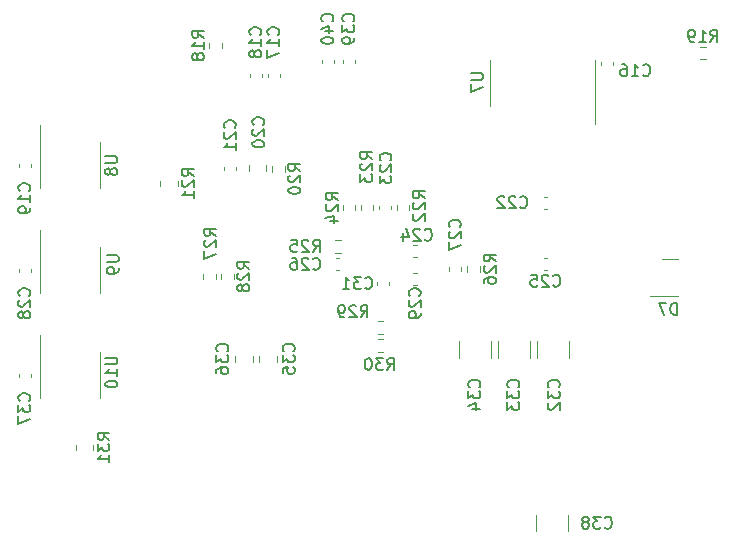
<source format=gbr>
%TF.GenerationSoftware,KiCad,Pcbnew,7.0.10-7.0.10~ubuntu22.04.1*%
%TF.CreationDate,2024-02-04T10:47:17-08:00*%
%TF.ProjectId,PI-Power-Board,50492d50-6f77-4657-922d-426f6172642e,rev?*%
%TF.SameCoordinates,Original*%
%TF.FileFunction,Legend,Bot*%
%TF.FilePolarity,Positive*%
%FSLAX46Y46*%
G04 Gerber Fmt 4.6, Leading zero omitted, Abs format (unit mm)*
G04 Created by KiCad (PCBNEW 7.0.10-7.0.10~ubuntu22.04.1) date 2024-02-04 10:47:17*
%MOMM*%
%LPD*%
G01*
G04 APERTURE LIST*
%ADD10C,0.150000*%
%ADD11C,0.120000*%
G04 APERTURE END LIST*
D10*
X69177819Y-98425095D02*
X69987342Y-98425095D01*
X69987342Y-98425095D02*
X70082580Y-98472714D01*
X70082580Y-98472714D02*
X70130200Y-98520333D01*
X70130200Y-98520333D02*
X70177819Y-98615571D01*
X70177819Y-98615571D02*
X70177819Y-98806047D01*
X70177819Y-98806047D02*
X70130200Y-98901285D01*
X70130200Y-98901285D02*
X70082580Y-98948904D01*
X70082580Y-98948904D02*
X69987342Y-98996523D01*
X69987342Y-98996523D02*
X69177819Y-98996523D01*
X70177819Y-99520333D02*
X70177819Y-99710809D01*
X70177819Y-99710809D02*
X70130200Y-99806047D01*
X70130200Y-99806047D02*
X70082580Y-99853666D01*
X70082580Y-99853666D02*
X69939723Y-99948904D01*
X69939723Y-99948904D02*
X69749247Y-99996523D01*
X69749247Y-99996523D02*
X69368295Y-99996523D01*
X69368295Y-99996523D02*
X69273057Y-99948904D01*
X69273057Y-99948904D02*
X69225438Y-99901285D01*
X69225438Y-99901285D02*
X69177819Y-99806047D01*
X69177819Y-99806047D02*
X69177819Y-99615571D01*
X69177819Y-99615571D02*
X69225438Y-99520333D01*
X69225438Y-99520333D02*
X69273057Y-99472714D01*
X69273057Y-99472714D02*
X69368295Y-99425095D01*
X69368295Y-99425095D02*
X69606390Y-99425095D01*
X69606390Y-99425095D02*
X69701628Y-99472714D01*
X69701628Y-99472714D02*
X69749247Y-99520333D01*
X69749247Y-99520333D02*
X69796866Y-99615571D01*
X69796866Y-99615571D02*
X69796866Y-99806047D01*
X69796866Y-99806047D02*
X69749247Y-99901285D01*
X69749247Y-99901285D02*
X69701628Y-99948904D01*
X69701628Y-99948904D02*
X69606390Y-99996523D01*
X107420580Y-109593142D02*
X107468200Y-109545523D01*
X107468200Y-109545523D02*
X107515819Y-109402666D01*
X107515819Y-109402666D02*
X107515819Y-109307428D01*
X107515819Y-109307428D02*
X107468200Y-109164571D01*
X107468200Y-109164571D02*
X107372961Y-109069333D01*
X107372961Y-109069333D02*
X107277723Y-109021714D01*
X107277723Y-109021714D02*
X107087247Y-108974095D01*
X107087247Y-108974095D02*
X106944390Y-108974095D01*
X106944390Y-108974095D02*
X106753914Y-109021714D01*
X106753914Y-109021714D02*
X106658676Y-109069333D01*
X106658676Y-109069333D02*
X106563438Y-109164571D01*
X106563438Y-109164571D02*
X106515819Y-109307428D01*
X106515819Y-109307428D02*
X106515819Y-109402666D01*
X106515819Y-109402666D02*
X106563438Y-109545523D01*
X106563438Y-109545523D02*
X106611057Y-109593142D01*
X106515819Y-109926476D02*
X106515819Y-110545523D01*
X106515819Y-110545523D02*
X106896771Y-110212190D01*
X106896771Y-110212190D02*
X106896771Y-110355047D01*
X106896771Y-110355047D02*
X106944390Y-110450285D01*
X106944390Y-110450285D02*
X106992009Y-110497904D01*
X106992009Y-110497904D02*
X107087247Y-110545523D01*
X107087247Y-110545523D02*
X107325342Y-110545523D01*
X107325342Y-110545523D02*
X107420580Y-110497904D01*
X107420580Y-110497904D02*
X107468200Y-110450285D01*
X107468200Y-110450285D02*
X107515819Y-110355047D01*
X107515819Y-110355047D02*
X107515819Y-110069333D01*
X107515819Y-110069333D02*
X107468200Y-109974095D01*
X107468200Y-109974095D02*
X107420580Y-109926476D01*
X106611057Y-110926476D02*
X106563438Y-110974095D01*
X106563438Y-110974095D02*
X106515819Y-111069333D01*
X106515819Y-111069333D02*
X106515819Y-111307428D01*
X106515819Y-111307428D02*
X106563438Y-111402666D01*
X106563438Y-111402666D02*
X106611057Y-111450285D01*
X106611057Y-111450285D02*
X106706295Y-111497904D01*
X106706295Y-111497904D02*
X106801533Y-111497904D01*
X106801533Y-111497904D02*
X106944390Y-111450285D01*
X106944390Y-111450285D02*
X107515819Y-110878857D01*
X107515819Y-110878857D02*
X107515819Y-111497904D01*
X93171180Y-90390742D02*
X93218800Y-90343123D01*
X93218800Y-90343123D02*
X93266419Y-90200266D01*
X93266419Y-90200266D02*
X93266419Y-90105028D01*
X93266419Y-90105028D02*
X93218800Y-89962171D01*
X93218800Y-89962171D02*
X93123561Y-89866933D01*
X93123561Y-89866933D02*
X93028323Y-89819314D01*
X93028323Y-89819314D02*
X92837847Y-89771695D01*
X92837847Y-89771695D02*
X92694990Y-89771695D01*
X92694990Y-89771695D02*
X92504514Y-89819314D01*
X92504514Y-89819314D02*
X92409276Y-89866933D01*
X92409276Y-89866933D02*
X92314038Y-89962171D01*
X92314038Y-89962171D02*
X92266419Y-90105028D01*
X92266419Y-90105028D02*
X92266419Y-90200266D01*
X92266419Y-90200266D02*
X92314038Y-90343123D01*
X92314038Y-90343123D02*
X92361657Y-90390742D01*
X92361657Y-90771695D02*
X92314038Y-90819314D01*
X92314038Y-90819314D02*
X92266419Y-90914552D01*
X92266419Y-90914552D02*
X92266419Y-91152647D01*
X92266419Y-91152647D02*
X92314038Y-91247885D01*
X92314038Y-91247885D02*
X92361657Y-91295504D01*
X92361657Y-91295504D02*
X92456895Y-91343123D01*
X92456895Y-91343123D02*
X92552133Y-91343123D01*
X92552133Y-91343123D02*
X92694990Y-91295504D01*
X92694990Y-91295504D02*
X93266419Y-90724076D01*
X93266419Y-90724076D02*
X93266419Y-91343123D01*
X92266419Y-91676457D02*
X92266419Y-92295504D01*
X92266419Y-92295504D02*
X92647371Y-91962171D01*
X92647371Y-91962171D02*
X92647371Y-92105028D01*
X92647371Y-92105028D02*
X92694990Y-92200266D01*
X92694990Y-92200266D02*
X92742609Y-92247885D01*
X92742609Y-92247885D02*
X92837847Y-92295504D01*
X92837847Y-92295504D02*
X93075942Y-92295504D01*
X93075942Y-92295504D02*
X93171180Y-92247885D01*
X93171180Y-92247885D02*
X93218800Y-92200266D01*
X93218800Y-92200266D02*
X93266419Y-92105028D01*
X93266419Y-92105028D02*
X93266419Y-91819314D01*
X93266419Y-91819314D02*
X93218800Y-91724076D01*
X93218800Y-91724076D02*
X93171180Y-91676457D01*
X111310657Y-121466780D02*
X111358276Y-121514400D01*
X111358276Y-121514400D02*
X111501133Y-121562019D01*
X111501133Y-121562019D02*
X111596371Y-121562019D01*
X111596371Y-121562019D02*
X111739228Y-121514400D01*
X111739228Y-121514400D02*
X111834466Y-121419161D01*
X111834466Y-121419161D02*
X111882085Y-121323923D01*
X111882085Y-121323923D02*
X111929704Y-121133447D01*
X111929704Y-121133447D02*
X111929704Y-120990590D01*
X111929704Y-120990590D02*
X111882085Y-120800114D01*
X111882085Y-120800114D02*
X111834466Y-120704876D01*
X111834466Y-120704876D02*
X111739228Y-120609638D01*
X111739228Y-120609638D02*
X111596371Y-120562019D01*
X111596371Y-120562019D02*
X111501133Y-120562019D01*
X111501133Y-120562019D02*
X111358276Y-120609638D01*
X111358276Y-120609638D02*
X111310657Y-120657257D01*
X110977323Y-120562019D02*
X110358276Y-120562019D01*
X110358276Y-120562019D02*
X110691609Y-120942971D01*
X110691609Y-120942971D02*
X110548752Y-120942971D01*
X110548752Y-120942971D02*
X110453514Y-120990590D01*
X110453514Y-120990590D02*
X110405895Y-121038209D01*
X110405895Y-121038209D02*
X110358276Y-121133447D01*
X110358276Y-121133447D02*
X110358276Y-121371542D01*
X110358276Y-121371542D02*
X110405895Y-121466780D01*
X110405895Y-121466780D02*
X110453514Y-121514400D01*
X110453514Y-121514400D02*
X110548752Y-121562019D01*
X110548752Y-121562019D02*
X110834466Y-121562019D01*
X110834466Y-121562019D02*
X110929704Y-121514400D01*
X110929704Y-121514400D02*
X110977323Y-121466780D01*
X109786847Y-120990590D02*
X109882085Y-120942971D01*
X109882085Y-120942971D02*
X109929704Y-120895352D01*
X109929704Y-120895352D02*
X109977323Y-120800114D01*
X109977323Y-120800114D02*
X109977323Y-120752495D01*
X109977323Y-120752495D02*
X109929704Y-120657257D01*
X109929704Y-120657257D02*
X109882085Y-120609638D01*
X109882085Y-120609638D02*
X109786847Y-120562019D01*
X109786847Y-120562019D02*
X109596371Y-120562019D01*
X109596371Y-120562019D02*
X109501133Y-120609638D01*
X109501133Y-120609638D02*
X109453514Y-120657257D01*
X109453514Y-120657257D02*
X109405895Y-120752495D01*
X109405895Y-120752495D02*
X109405895Y-120800114D01*
X109405895Y-120800114D02*
X109453514Y-120895352D01*
X109453514Y-120895352D02*
X109501133Y-120942971D01*
X109501133Y-120942971D02*
X109596371Y-120990590D01*
X109596371Y-120990590D02*
X109786847Y-120990590D01*
X109786847Y-120990590D02*
X109882085Y-121038209D01*
X109882085Y-121038209D02*
X109929704Y-121085828D01*
X109929704Y-121085828D02*
X109977323Y-121181066D01*
X109977323Y-121181066D02*
X109977323Y-121371542D01*
X109977323Y-121371542D02*
X109929704Y-121466780D01*
X109929704Y-121466780D02*
X109882085Y-121514400D01*
X109882085Y-121514400D02*
X109786847Y-121562019D01*
X109786847Y-121562019D02*
X109596371Y-121562019D01*
X109596371Y-121562019D02*
X109501133Y-121514400D01*
X109501133Y-121514400D02*
X109453514Y-121466780D01*
X109453514Y-121466780D02*
X109405895Y-121371542D01*
X109405895Y-121371542D02*
X109405895Y-121181066D01*
X109405895Y-121181066D02*
X109453514Y-121085828D01*
X109453514Y-121085828D02*
X109501133Y-121038209D01*
X109501133Y-121038209D02*
X109596371Y-120990590D01*
X117451094Y-103451819D02*
X117451094Y-102451819D01*
X117451094Y-102451819D02*
X117212999Y-102451819D01*
X117212999Y-102451819D02*
X117070142Y-102499438D01*
X117070142Y-102499438D02*
X116974904Y-102594676D01*
X116974904Y-102594676D02*
X116927285Y-102689914D01*
X116927285Y-102689914D02*
X116879666Y-102880390D01*
X116879666Y-102880390D02*
X116879666Y-103023247D01*
X116879666Y-103023247D02*
X116927285Y-103213723D01*
X116927285Y-103213723D02*
X116974904Y-103308961D01*
X116974904Y-103308961D02*
X117070142Y-103404200D01*
X117070142Y-103404200D02*
X117212999Y-103451819D01*
X117212999Y-103451819D02*
X117451094Y-103451819D01*
X116546332Y-102451819D02*
X115879666Y-102451819D01*
X115879666Y-102451819D02*
X116308237Y-103451819D01*
X91041457Y-101172180D02*
X91089076Y-101219800D01*
X91089076Y-101219800D02*
X91231933Y-101267419D01*
X91231933Y-101267419D02*
X91327171Y-101267419D01*
X91327171Y-101267419D02*
X91470028Y-101219800D01*
X91470028Y-101219800D02*
X91565266Y-101124561D01*
X91565266Y-101124561D02*
X91612885Y-101029323D01*
X91612885Y-101029323D02*
X91660504Y-100838847D01*
X91660504Y-100838847D02*
X91660504Y-100695990D01*
X91660504Y-100695990D02*
X91612885Y-100505514D01*
X91612885Y-100505514D02*
X91565266Y-100410276D01*
X91565266Y-100410276D02*
X91470028Y-100315038D01*
X91470028Y-100315038D02*
X91327171Y-100267419D01*
X91327171Y-100267419D02*
X91231933Y-100267419D01*
X91231933Y-100267419D02*
X91089076Y-100315038D01*
X91089076Y-100315038D02*
X91041457Y-100362657D01*
X90708123Y-100267419D02*
X90089076Y-100267419D01*
X90089076Y-100267419D02*
X90422409Y-100648371D01*
X90422409Y-100648371D02*
X90279552Y-100648371D01*
X90279552Y-100648371D02*
X90184314Y-100695990D01*
X90184314Y-100695990D02*
X90136695Y-100743609D01*
X90136695Y-100743609D02*
X90089076Y-100838847D01*
X90089076Y-100838847D02*
X90089076Y-101076942D01*
X90089076Y-101076942D02*
X90136695Y-101172180D01*
X90136695Y-101172180D02*
X90184314Y-101219800D01*
X90184314Y-101219800D02*
X90279552Y-101267419D01*
X90279552Y-101267419D02*
X90565266Y-101267419D01*
X90565266Y-101267419D02*
X90660504Y-101219800D01*
X90660504Y-101219800D02*
X90708123Y-101172180D01*
X89136695Y-101267419D02*
X89708123Y-101267419D01*
X89422409Y-101267419D02*
X89422409Y-100267419D01*
X89422409Y-100267419D02*
X89517647Y-100410276D01*
X89517647Y-100410276D02*
X89612885Y-100505514D01*
X89612885Y-100505514D02*
X89708123Y-100553133D01*
X103991580Y-109593142D02*
X104039200Y-109545523D01*
X104039200Y-109545523D02*
X104086819Y-109402666D01*
X104086819Y-109402666D02*
X104086819Y-109307428D01*
X104086819Y-109307428D02*
X104039200Y-109164571D01*
X104039200Y-109164571D02*
X103943961Y-109069333D01*
X103943961Y-109069333D02*
X103848723Y-109021714D01*
X103848723Y-109021714D02*
X103658247Y-108974095D01*
X103658247Y-108974095D02*
X103515390Y-108974095D01*
X103515390Y-108974095D02*
X103324914Y-109021714D01*
X103324914Y-109021714D02*
X103229676Y-109069333D01*
X103229676Y-109069333D02*
X103134438Y-109164571D01*
X103134438Y-109164571D02*
X103086819Y-109307428D01*
X103086819Y-109307428D02*
X103086819Y-109402666D01*
X103086819Y-109402666D02*
X103134438Y-109545523D01*
X103134438Y-109545523D02*
X103182057Y-109593142D01*
X103086819Y-109926476D02*
X103086819Y-110545523D01*
X103086819Y-110545523D02*
X103467771Y-110212190D01*
X103467771Y-110212190D02*
X103467771Y-110355047D01*
X103467771Y-110355047D02*
X103515390Y-110450285D01*
X103515390Y-110450285D02*
X103563009Y-110497904D01*
X103563009Y-110497904D02*
X103658247Y-110545523D01*
X103658247Y-110545523D02*
X103896342Y-110545523D01*
X103896342Y-110545523D02*
X103991580Y-110497904D01*
X103991580Y-110497904D02*
X104039200Y-110450285D01*
X104039200Y-110450285D02*
X104086819Y-110355047D01*
X104086819Y-110355047D02*
X104086819Y-110069333D01*
X104086819Y-110069333D02*
X104039200Y-109974095D01*
X104039200Y-109974095D02*
X103991580Y-109926476D01*
X103086819Y-110878857D02*
X103086819Y-111497904D01*
X103086819Y-111497904D02*
X103467771Y-111164571D01*
X103467771Y-111164571D02*
X103467771Y-111307428D01*
X103467771Y-111307428D02*
X103515390Y-111402666D01*
X103515390Y-111402666D02*
X103563009Y-111450285D01*
X103563009Y-111450285D02*
X103658247Y-111497904D01*
X103658247Y-111497904D02*
X103896342Y-111497904D01*
X103896342Y-111497904D02*
X103991580Y-111450285D01*
X103991580Y-111450285D02*
X104039200Y-111402666D01*
X104039200Y-111402666D02*
X104086819Y-111307428D01*
X104086819Y-111307428D02*
X104086819Y-111021714D01*
X104086819Y-111021714D02*
X104039200Y-110926476D01*
X104039200Y-110926476D02*
X103991580Y-110878857D01*
X77383819Y-80002142D02*
X76907628Y-79668809D01*
X77383819Y-79430714D02*
X76383819Y-79430714D01*
X76383819Y-79430714D02*
X76383819Y-79811666D01*
X76383819Y-79811666D02*
X76431438Y-79906904D01*
X76431438Y-79906904D02*
X76479057Y-79954523D01*
X76479057Y-79954523D02*
X76574295Y-80002142D01*
X76574295Y-80002142D02*
X76717152Y-80002142D01*
X76717152Y-80002142D02*
X76812390Y-79954523D01*
X76812390Y-79954523D02*
X76860009Y-79906904D01*
X76860009Y-79906904D02*
X76907628Y-79811666D01*
X76907628Y-79811666D02*
X76907628Y-79430714D01*
X77383819Y-80954523D02*
X77383819Y-80383095D01*
X77383819Y-80668809D02*
X76383819Y-80668809D01*
X76383819Y-80668809D02*
X76526676Y-80573571D01*
X76526676Y-80573571D02*
X76621914Y-80478333D01*
X76621914Y-80478333D02*
X76669533Y-80383095D01*
X76812390Y-81525952D02*
X76764771Y-81430714D01*
X76764771Y-81430714D02*
X76717152Y-81383095D01*
X76717152Y-81383095D02*
X76621914Y-81335476D01*
X76621914Y-81335476D02*
X76574295Y-81335476D01*
X76574295Y-81335476D02*
X76479057Y-81383095D01*
X76479057Y-81383095D02*
X76431438Y-81430714D01*
X76431438Y-81430714D02*
X76383819Y-81525952D01*
X76383819Y-81525952D02*
X76383819Y-81716428D01*
X76383819Y-81716428D02*
X76431438Y-81811666D01*
X76431438Y-81811666D02*
X76479057Y-81859285D01*
X76479057Y-81859285D02*
X76574295Y-81906904D01*
X76574295Y-81906904D02*
X76621914Y-81906904D01*
X76621914Y-81906904D02*
X76717152Y-81859285D01*
X76717152Y-81859285D02*
X76764771Y-81811666D01*
X76764771Y-81811666D02*
X76812390Y-81716428D01*
X76812390Y-81716428D02*
X76812390Y-81525952D01*
X76812390Y-81525952D02*
X76860009Y-81430714D01*
X76860009Y-81430714D02*
X76907628Y-81383095D01*
X76907628Y-81383095D02*
X77002866Y-81335476D01*
X77002866Y-81335476D02*
X77193342Y-81335476D01*
X77193342Y-81335476D02*
X77288580Y-81383095D01*
X77288580Y-81383095D02*
X77336200Y-81430714D01*
X77336200Y-81430714D02*
X77383819Y-81525952D01*
X77383819Y-81525952D02*
X77383819Y-81716428D01*
X77383819Y-81716428D02*
X77336200Y-81811666D01*
X77336200Y-81811666D02*
X77288580Y-81859285D01*
X77288580Y-81859285D02*
X77193342Y-81906904D01*
X77193342Y-81906904D02*
X77002866Y-81906904D01*
X77002866Y-81906904D02*
X76907628Y-81859285D01*
X76907628Y-81859285D02*
X76860009Y-81811666D01*
X76860009Y-81811666D02*
X76812390Y-81716428D01*
X96085819Y-93591142D02*
X95609628Y-93257809D01*
X96085819Y-93019714D02*
X95085819Y-93019714D01*
X95085819Y-93019714D02*
X95085819Y-93400666D01*
X95085819Y-93400666D02*
X95133438Y-93495904D01*
X95133438Y-93495904D02*
X95181057Y-93543523D01*
X95181057Y-93543523D02*
X95276295Y-93591142D01*
X95276295Y-93591142D02*
X95419152Y-93591142D01*
X95419152Y-93591142D02*
X95514390Y-93543523D01*
X95514390Y-93543523D02*
X95562009Y-93495904D01*
X95562009Y-93495904D02*
X95609628Y-93400666D01*
X95609628Y-93400666D02*
X95609628Y-93019714D01*
X95181057Y-93972095D02*
X95133438Y-94019714D01*
X95133438Y-94019714D02*
X95085819Y-94114952D01*
X95085819Y-94114952D02*
X95085819Y-94353047D01*
X95085819Y-94353047D02*
X95133438Y-94448285D01*
X95133438Y-94448285D02*
X95181057Y-94495904D01*
X95181057Y-94495904D02*
X95276295Y-94543523D01*
X95276295Y-94543523D02*
X95371533Y-94543523D01*
X95371533Y-94543523D02*
X95514390Y-94495904D01*
X95514390Y-94495904D02*
X96085819Y-93924476D01*
X96085819Y-93924476D02*
X96085819Y-94543523D01*
X95181057Y-94924476D02*
X95133438Y-94972095D01*
X95133438Y-94972095D02*
X95085819Y-95067333D01*
X95085819Y-95067333D02*
X95085819Y-95305428D01*
X95085819Y-95305428D02*
X95133438Y-95400666D01*
X95133438Y-95400666D02*
X95181057Y-95448285D01*
X95181057Y-95448285D02*
X95276295Y-95495904D01*
X95276295Y-95495904D02*
X95371533Y-95495904D01*
X95371533Y-95495904D02*
X95514390Y-95448285D01*
X95514390Y-95448285D02*
X96085819Y-94876857D01*
X96085819Y-94876857D02*
X96085819Y-95495904D01*
X82401580Y-87368142D02*
X82449200Y-87320523D01*
X82449200Y-87320523D02*
X82496819Y-87177666D01*
X82496819Y-87177666D02*
X82496819Y-87082428D01*
X82496819Y-87082428D02*
X82449200Y-86939571D01*
X82449200Y-86939571D02*
X82353961Y-86844333D01*
X82353961Y-86844333D02*
X82258723Y-86796714D01*
X82258723Y-86796714D02*
X82068247Y-86749095D01*
X82068247Y-86749095D02*
X81925390Y-86749095D01*
X81925390Y-86749095D02*
X81734914Y-86796714D01*
X81734914Y-86796714D02*
X81639676Y-86844333D01*
X81639676Y-86844333D02*
X81544438Y-86939571D01*
X81544438Y-86939571D02*
X81496819Y-87082428D01*
X81496819Y-87082428D02*
X81496819Y-87177666D01*
X81496819Y-87177666D02*
X81544438Y-87320523D01*
X81544438Y-87320523D02*
X81592057Y-87368142D01*
X81592057Y-87749095D02*
X81544438Y-87796714D01*
X81544438Y-87796714D02*
X81496819Y-87891952D01*
X81496819Y-87891952D02*
X81496819Y-88130047D01*
X81496819Y-88130047D02*
X81544438Y-88225285D01*
X81544438Y-88225285D02*
X81592057Y-88272904D01*
X81592057Y-88272904D02*
X81687295Y-88320523D01*
X81687295Y-88320523D02*
X81782533Y-88320523D01*
X81782533Y-88320523D02*
X81925390Y-88272904D01*
X81925390Y-88272904D02*
X82496819Y-87701476D01*
X82496819Y-87701476D02*
X82496819Y-88320523D01*
X81496819Y-88939571D02*
X81496819Y-89034809D01*
X81496819Y-89034809D02*
X81544438Y-89130047D01*
X81544438Y-89130047D02*
X81592057Y-89177666D01*
X81592057Y-89177666D02*
X81687295Y-89225285D01*
X81687295Y-89225285D02*
X81877771Y-89272904D01*
X81877771Y-89272904D02*
X82115866Y-89272904D01*
X82115866Y-89272904D02*
X82306342Y-89225285D01*
X82306342Y-89225285D02*
X82401580Y-89177666D01*
X82401580Y-89177666D02*
X82449200Y-89130047D01*
X82449200Y-89130047D02*
X82496819Y-89034809D01*
X82496819Y-89034809D02*
X82496819Y-88939571D01*
X82496819Y-88939571D02*
X82449200Y-88844333D01*
X82449200Y-88844333D02*
X82401580Y-88796714D01*
X82401580Y-88796714D02*
X82306342Y-88749095D01*
X82306342Y-88749095D02*
X82115866Y-88701476D01*
X82115866Y-88701476D02*
X81877771Y-88701476D01*
X81877771Y-88701476D02*
X81687295Y-88749095D01*
X81687295Y-88749095D02*
X81592057Y-88796714D01*
X81592057Y-88796714D02*
X81544438Y-88844333D01*
X81544438Y-88844333D02*
X81496819Y-88939571D01*
X83671580Y-79748142D02*
X83719200Y-79700523D01*
X83719200Y-79700523D02*
X83766819Y-79557666D01*
X83766819Y-79557666D02*
X83766819Y-79462428D01*
X83766819Y-79462428D02*
X83719200Y-79319571D01*
X83719200Y-79319571D02*
X83623961Y-79224333D01*
X83623961Y-79224333D02*
X83528723Y-79176714D01*
X83528723Y-79176714D02*
X83338247Y-79129095D01*
X83338247Y-79129095D02*
X83195390Y-79129095D01*
X83195390Y-79129095D02*
X83004914Y-79176714D01*
X83004914Y-79176714D02*
X82909676Y-79224333D01*
X82909676Y-79224333D02*
X82814438Y-79319571D01*
X82814438Y-79319571D02*
X82766819Y-79462428D01*
X82766819Y-79462428D02*
X82766819Y-79557666D01*
X82766819Y-79557666D02*
X82814438Y-79700523D01*
X82814438Y-79700523D02*
X82862057Y-79748142D01*
X83766819Y-80700523D02*
X83766819Y-80129095D01*
X83766819Y-80414809D02*
X82766819Y-80414809D01*
X82766819Y-80414809D02*
X82909676Y-80319571D01*
X82909676Y-80319571D02*
X83004914Y-80224333D01*
X83004914Y-80224333D02*
X83052533Y-80129095D01*
X82766819Y-81033857D02*
X82766819Y-81700523D01*
X82766819Y-81700523D02*
X83766819Y-81271952D01*
X86621857Y-99546580D02*
X86669476Y-99594200D01*
X86669476Y-99594200D02*
X86812333Y-99641819D01*
X86812333Y-99641819D02*
X86907571Y-99641819D01*
X86907571Y-99641819D02*
X87050428Y-99594200D01*
X87050428Y-99594200D02*
X87145666Y-99498961D01*
X87145666Y-99498961D02*
X87193285Y-99403723D01*
X87193285Y-99403723D02*
X87240904Y-99213247D01*
X87240904Y-99213247D02*
X87240904Y-99070390D01*
X87240904Y-99070390D02*
X87193285Y-98879914D01*
X87193285Y-98879914D02*
X87145666Y-98784676D01*
X87145666Y-98784676D02*
X87050428Y-98689438D01*
X87050428Y-98689438D02*
X86907571Y-98641819D01*
X86907571Y-98641819D02*
X86812333Y-98641819D01*
X86812333Y-98641819D02*
X86669476Y-98689438D01*
X86669476Y-98689438D02*
X86621857Y-98737057D01*
X86240904Y-98737057D02*
X86193285Y-98689438D01*
X86193285Y-98689438D02*
X86098047Y-98641819D01*
X86098047Y-98641819D02*
X85859952Y-98641819D01*
X85859952Y-98641819D02*
X85764714Y-98689438D01*
X85764714Y-98689438D02*
X85717095Y-98737057D01*
X85717095Y-98737057D02*
X85669476Y-98832295D01*
X85669476Y-98832295D02*
X85669476Y-98927533D01*
X85669476Y-98927533D02*
X85717095Y-99070390D01*
X85717095Y-99070390D02*
X86288523Y-99641819D01*
X86288523Y-99641819D02*
X85669476Y-99641819D01*
X84812333Y-98641819D02*
X85002809Y-98641819D01*
X85002809Y-98641819D02*
X85098047Y-98689438D01*
X85098047Y-98689438D02*
X85145666Y-98737057D01*
X85145666Y-98737057D02*
X85240904Y-98879914D01*
X85240904Y-98879914D02*
X85288523Y-99070390D01*
X85288523Y-99070390D02*
X85288523Y-99451342D01*
X85288523Y-99451342D02*
X85240904Y-99546580D01*
X85240904Y-99546580D02*
X85193285Y-99594200D01*
X85193285Y-99594200D02*
X85098047Y-99641819D01*
X85098047Y-99641819D02*
X84907571Y-99641819D01*
X84907571Y-99641819D02*
X84812333Y-99594200D01*
X84812333Y-99594200D02*
X84764714Y-99546580D01*
X84764714Y-99546580D02*
X84717095Y-99451342D01*
X84717095Y-99451342D02*
X84717095Y-99213247D01*
X84717095Y-99213247D02*
X84764714Y-99118009D01*
X84764714Y-99118009D02*
X84812333Y-99070390D01*
X84812333Y-99070390D02*
X84907571Y-99022771D01*
X84907571Y-99022771D02*
X85098047Y-99022771D01*
X85098047Y-99022771D02*
X85193285Y-99070390D01*
X85193285Y-99070390D02*
X85240904Y-99118009D01*
X85240904Y-99118009D02*
X85288523Y-99213247D01*
X88243580Y-78605142D02*
X88291200Y-78557523D01*
X88291200Y-78557523D02*
X88338819Y-78414666D01*
X88338819Y-78414666D02*
X88338819Y-78319428D01*
X88338819Y-78319428D02*
X88291200Y-78176571D01*
X88291200Y-78176571D02*
X88195961Y-78081333D01*
X88195961Y-78081333D02*
X88100723Y-78033714D01*
X88100723Y-78033714D02*
X87910247Y-77986095D01*
X87910247Y-77986095D02*
X87767390Y-77986095D01*
X87767390Y-77986095D02*
X87576914Y-78033714D01*
X87576914Y-78033714D02*
X87481676Y-78081333D01*
X87481676Y-78081333D02*
X87386438Y-78176571D01*
X87386438Y-78176571D02*
X87338819Y-78319428D01*
X87338819Y-78319428D02*
X87338819Y-78414666D01*
X87338819Y-78414666D02*
X87386438Y-78557523D01*
X87386438Y-78557523D02*
X87434057Y-78605142D01*
X87672152Y-79462285D02*
X88338819Y-79462285D01*
X87291200Y-79224190D02*
X88005485Y-78986095D01*
X88005485Y-78986095D02*
X88005485Y-79605142D01*
X87338819Y-80176571D02*
X87338819Y-80271809D01*
X87338819Y-80271809D02*
X87386438Y-80367047D01*
X87386438Y-80367047D02*
X87434057Y-80414666D01*
X87434057Y-80414666D02*
X87529295Y-80462285D01*
X87529295Y-80462285D02*
X87719771Y-80509904D01*
X87719771Y-80509904D02*
X87957866Y-80509904D01*
X87957866Y-80509904D02*
X88148342Y-80462285D01*
X88148342Y-80462285D02*
X88243580Y-80414666D01*
X88243580Y-80414666D02*
X88291200Y-80367047D01*
X88291200Y-80367047D02*
X88338819Y-80271809D01*
X88338819Y-80271809D02*
X88338819Y-80176571D01*
X88338819Y-80176571D02*
X88291200Y-80081333D01*
X88291200Y-80081333D02*
X88243580Y-80033714D01*
X88243580Y-80033714D02*
X88148342Y-79986095D01*
X88148342Y-79986095D02*
X87957866Y-79938476D01*
X87957866Y-79938476D02*
X87719771Y-79938476D01*
X87719771Y-79938476D02*
X87529295Y-79986095D01*
X87529295Y-79986095D02*
X87434057Y-80033714D01*
X87434057Y-80033714D02*
X87386438Y-80081333D01*
X87386438Y-80081333D02*
X87338819Y-80176571D01*
X69050819Y-90043095D02*
X69860342Y-90043095D01*
X69860342Y-90043095D02*
X69955580Y-90090714D01*
X69955580Y-90090714D02*
X70003200Y-90138333D01*
X70003200Y-90138333D02*
X70050819Y-90233571D01*
X70050819Y-90233571D02*
X70050819Y-90424047D01*
X70050819Y-90424047D02*
X70003200Y-90519285D01*
X70003200Y-90519285D02*
X69955580Y-90566904D01*
X69955580Y-90566904D02*
X69860342Y-90614523D01*
X69860342Y-90614523D02*
X69050819Y-90614523D01*
X69479390Y-91233571D02*
X69431771Y-91138333D01*
X69431771Y-91138333D02*
X69384152Y-91090714D01*
X69384152Y-91090714D02*
X69288914Y-91043095D01*
X69288914Y-91043095D02*
X69241295Y-91043095D01*
X69241295Y-91043095D02*
X69146057Y-91090714D01*
X69146057Y-91090714D02*
X69098438Y-91138333D01*
X69098438Y-91138333D02*
X69050819Y-91233571D01*
X69050819Y-91233571D02*
X69050819Y-91424047D01*
X69050819Y-91424047D02*
X69098438Y-91519285D01*
X69098438Y-91519285D02*
X69146057Y-91566904D01*
X69146057Y-91566904D02*
X69241295Y-91614523D01*
X69241295Y-91614523D02*
X69288914Y-91614523D01*
X69288914Y-91614523D02*
X69384152Y-91566904D01*
X69384152Y-91566904D02*
X69431771Y-91519285D01*
X69431771Y-91519285D02*
X69479390Y-91424047D01*
X69479390Y-91424047D02*
X69479390Y-91233571D01*
X69479390Y-91233571D02*
X69527009Y-91138333D01*
X69527009Y-91138333D02*
X69574628Y-91090714D01*
X69574628Y-91090714D02*
X69669866Y-91043095D01*
X69669866Y-91043095D02*
X69860342Y-91043095D01*
X69860342Y-91043095D02*
X69955580Y-91090714D01*
X69955580Y-91090714D02*
X70003200Y-91138333D01*
X70003200Y-91138333D02*
X70050819Y-91233571D01*
X70050819Y-91233571D02*
X70050819Y-91424047D01*
X70050819Y-91424047D02*
X70003200Y-91519285D01*
X70003200Y-91519285D02*
X69955580Y-91566904D01*
X69955580Y-91566904D02*
X69860342Y-91614523D01*
X69860342Y-91614523D02*
X69669866Y-91614523D01*
X69669866Y-91614523D02*
X69574628Y-91566904D01*
X69574628Y-91566904D02*
X69527009Y-91519285D01*
X69527009Y-91519285D02*
X69479390Y-91424047D01*
X90021580Y-78605142D02*
X90069200Y-78557523D01*
X90069200Y-78557523D02*
X90116819Y-78414666D01*
X90116819Y-78414666D02*
X90116819Y-78319428D01*
X90116819Y-78319428D02*
X90069200Y-78176571D01*
X90069200Y-78176571D02*
X89973961Y-78081333D01*
X89973961Y-78081333D02*
X89878723Y-78033714D01*
X89878723Y-78033714D02*
X89688247Y-77986095D01*
X89688247Y-77986095D02*
X89545390Y-77986095D01*
X89545390Y-77986095D02*
X89354914Y-78033714D01*
X89354914Y-78033714D02*
X89259676Y-78081333D01*
X89259676Y-78081333D02*
X89164438Y-78176571D01*
X89164438Y-78176571D02*
X89116819Y-78319428D01*
X89116819Y-78319428D02*
X89116819Y-78414666D01*
X89116819Y-78414666D02*
X89164438Y-78557523D01*
X89164438Y-78557523D02*
X89212057Y-78605142D01*
X89116819Y-78938476D02*
X89116819Y-79557523D01*
X89116819Y-79557523D02*
X89497771Y-79224190D01*
X89497771Y-79224190D02*
X89497771Y-79367047D01*
X89497771Y-79367047D02*
X89545390Y-79462285D01*
X89545390Y-79462285D02*
X89593009Y-79509904D01*
X89593009Y-79509904D02*
X89688247Y-79557523D01*
X89688247Y-79557523D02*
X89926342Y-79557523D01*
X89926342Y-79557523D02*
X90021580Y-79509904D01*
X90021580Y-79509904D02*
X90069200Y-79462285D01*
X90069200Y-79462285D02*
X90116819Y-79367047D01*
X90116819Y-79367047D02*
X90116819Y-79081333D01*
X90116819Y-79081333D02*
X90069200Y-78986095D01*
X90069200Y-78986095D02*
X90021580Y-78938476D01*
X90116819Y-80033714D02*
X90116819Y-80224190D01*
X90116819Y-80224190D02*
X90069200Y-80319428D01*
X90069200Y-80319428D02*
X90021580Y-80367047D01*
X90021580Y-80367047D02*
X89878723Y-80462285D01*
X89878723Y-80462285D02*
X89688247Y-80509904D01*
X89688247Y-80509904D02*
X89307295Y-80509904D01*
X89307295Y-80509904D02*
X89212057Y-80462285D01*
X89212057Y-80462285D02*
X89164438Y-80414666D01*
X89164438Y-80414666D02*
X89116819Y-80319428D01*
X89116819Y-80319428D02*
X89116819Y-80128952D01*
X89116819Y-80128952D02*
X89164438Y-80033714D01*
X89164438Y-80033714D02*
X89212057Y-79986095D01*
X89212057Y-79986095D02*
X89307295Y-79938476D01*
X89307295Y-79938476D02*
X89545390Y-79938476D01*
X89545390Y-79938476D02*
X89640628Y-79986095D01*
X89640628Y-79986095D02*
X89688247Y-80033714D01*
X89688247Y-80033714D02*
X89735866Y-80128952D01*
X89735866Y-80128952D02*
X89735866Y-80319428D01*
X89735866Y-80319428D02*
X89688247Y-80414666D01*
X89688247Y-80414666D02*
X89640628Y-80462285D01*
X89640628Y-80462285D02*
X89545390Y-80509904D01*
X84966980Y-106545142D02*
X85014600Y-106497523D01*
X85014600Y-106497523D02*
X85062219Y-106354666D01*
X85062219Y-106354666D02*
X85062219Y-106259428D01*
X85062219Y-106259428D02*
X85014600Y-106116571D01*
X85014600Y-106116571D02*
X84919361Y-106021333D01*
X84919361Y-106021333D02*
X84824123Y-105973714D01*
X84824123Y-105973714D02*
X84633647Y-105926095D01*
X84633647Y-105926095D02*
X84490790Y-105926095D01*
X84490790Y-105926095D02*
X84300314Y-105973714D01*
X84300314Y-105973714D02*
X84205076Y-106021333D01*
X84205076Y-106021333D02*
X84109838Y-106116571D01*
X84109838Y-106116571D02*
X84062219Y-106259428D01*
X84062219Y-106259428D02*
X84062219Y-106354666D01*
X84062219Y-106354666D02*
X84109838Y-106497523D01*
X84109838Y-106497523D02*
X84157457Y-106545142D01*
X84062219Y-106878476D02*
X84062219Y-107497523D01*
X84062219Y-107497523D02*
X84443171Y-107164190D01*
X84443171Y-107164190D02*
X84443171Y-107307047D01*
X84443171Y-107307047D02*
X84490790Y-107402285D01*
X84490790Y-107402285D02*
X84538409Y-107449904D01*
X84538409Y-107449904D02*
X84633647Y-107497523D01*
X84633647Y-107497523D02*
X84871742Y-107497523D01*
X84871742Y-107497523D02*
X84966980Y-107449904D01*
X84966980Y-107449904D02*
X85014600Y-107402285D01*
X85014600Y-107402285D02*
X85062219Y-107307047D01*
X85062219Y-107307047D02*
X85062219Y-107021333D01*
X85062219Y-107021333D02*
X85014600Y-106926095D01*
X85014600Y-106926095D02*
X84966980Y-106878476D01*
X84062219Y-108402285D02*
X84062219Y-107926095D01*
X84062219Y-107926095D02*
X84538409Y-107878476D01*
X84538409Y-107878476D02*
X84490790Y-107926095D01*
X84490790Y-107926095D02*
X84443171Y-108021333D01*
X84443171Y-108021333D02*
X84443171Y-108259428D01*
X84443171Y-108259428D02*
X84490790Y-108354666D01*
X84490790Y-108354666D02*
X84538409Y-108402285D01*
X84538409Y-108402285D02*
X84633647Y-108449904D01*
X84633647Y-108449904D02*
X84871742Y-108449904D01*
X84871742Y-108449904D02*
X84966980Y-108402285D01*
X84966980Y-108402285D02*
X85014600Y-108354666D01*
X85014600Y-108354666D02*
X85062219Y-108259428D01*
X85062219Y-108259428D02*
X85062219Y-108021333D01*
X85062219Y-108021333D02*
X85014600Y-107926095D01*
X85014600Y-107926095D02*
X84966980Y-107878476D01*
X96070657Y-97082780D02*
X96118276Y-97130400D01*
X96118276Y-97130400D02*
X96261133Y-97178019D01*
X96261133Y-97178019D02*
X96356371Y-97178019D01*
X96356371Y-97178019D02*
X96499228Y-97130400D01*
X96499228Y-97130400D02*
X96594466Y-97035161D01*
X96594466Y-97035161D02*
X96642085Y-96939923D01*
X96642085Y-96939923D02*
X96689704Y-96749447D01*
X96689704Y-96749447D02*
X96689704Y-96606590D01*
X96689704Y-96606590D02*
X96642085Y-96416114D01*
X96642085Y-96416114D02*
X96594466Y-96320876D01*
X96594466Y-96320876D02*
X96499228Y-96225638D01*
X96499228Y-96225638D02*
X96356371Y-96178019D01*
X96356371Y-96178019D02*
X96261133Y-96178019D01*
X96261133Y-96178019D02*
X96118276Y-96225638D01*
X96118276Y-96225638D02*
X96070657Y-96273257D01*
X95689704Y-96273257D02*
X95642085Y-96225638D01*
X95642085Y-96225638D02*
X95546847Y-96178019D01*
X95546847Y-96178019D02*
X95308752Y-96178019D01*
X95308752Y-96178019D02*
X95213514Y-96225638D01*
X95213514Y-96225638D02*
X95165895Y-96273257D01*
X95165895Y-96273257D02*
X95118276Y-96368495D01*
X95118276Y-96368495D02*
X95118276Y-96463733D01*
X95118276Y-96463733D02*
X95165895Y-96606590D01*
X95165895Y-96606590D02*
X95737323Y-97178019D01*
X95737323Y-97178019D02*
X95118276Y-97178019D01*
X94261133Y-96511352D02*
X94261133Y-97178019D01*
X94499228Y-96130400D02*
X94737323Y-96844685D01*
X94737323Y-96844685D02*
X94118276Y-96844685D01*
X104147857Y-94339580D02*
X104195476Y-94387200D01*
X104195476Y-94387200D02*
X104338333Y-94434819D01*
X104338333Y-94434819D02*
X104433571Y-94434819D01*
X104433571Y-94434819D02*
X104576428Y-94387200D01*
X104576428Y-94387200D02*
X104671666Y-94291961D01*
X104671666Y-94291961D02*
X104719285Y-94196723D01*
X104719285Y-94196723D02*
X104766904Y-94006247D01*
X104766904Y-94006247D02*
X104766904Y-93863390D01*
X104766904Y-93863390D02*
X104719285Y-93672914D01*
X104719285Y-93672914D02*
X104671666Y-93577676D01*
X104671666Y-93577676D02*
X104576428Y-93482438D01*
X104576428Y-93482438D02*
X104433571Y-93434819D01*
X104433571Y-93434819D02*
X104338333Y-93434819D01*
X104338333Y-93434819D02*
X104195476Y-93482438D01*
X104195476Y-93482438D02*
X104147857Y-93530057D01*
X103766904Y-93530057D02*
X103719285Y-93482438D01*
X103719285Y-93482438D02*
X103624047Y-93434819D01*
X103624047Y-93434819D02*
X103385952Y-93434819D01*
X103385952Y-93434819D02*
X103290714Y-93482438D01*
X103290714Y-93482438D02*
X103243095Y-93530057D01*
X103243095Y-93530057D02*
X103195476Y-93625295D01*
X103195476Y-93625295D02*
X103195476Y-93720533D01*
X103195476Y-93720533D02*
X103243095Y-93863390D01*
X103243095Y-93863390D02*
X103814523Y-94434819D01*
X103814523Y-94434819D02*
X103195476Y-94434819D01*
X102814523Y-93530057D02*
X102766904Y-93482438D01*
X102766904Y-93482438D02*
X102671666Y-93434819D01*
X102671666Y-93434819D02*
X102433571Y-93434819D01*
X102433571Y-93434819D02*
X102338333Y-93482438D01*
X102338333Y-93482438D02*
X102290714Y-93530057D01*
X102290714Y-93530057D02*
X102243095Y-93625295D01*
X102243095Y-93625295D02*
X102243095Y-93720533D01*
X102243095Y-93720533D02*
X102290714Y-93863390D01*
X102290714Y-93863390D02*
X102862142Y-94434819D01*
X102862142Y-94434819D02*
X102243095Y-94434819D01*
X120276857Y-80337819D02*
X120610190Y-79861628D01*
X120848285Y-80337819D02*
X120848285Y-79337819D01*
X120848285Y-79337819D02*
X120467333Y-79337819D01*
X120467333Y-79337819D02*
X120372095Y-79385438D01*
X120372095Y-79385438D02*
X120324476Y-79433057D01*
X120324476Y-79433057D02*
X120276857Y-79528295D01*
X120276857Y-79528295D02*
X120276857Y-79671152D01*
X120276857Y-79671152D02*
X120324476Y-79766390D01*
X120324476Y-79766390D02*
X120372095Y-79814009D01*
X120372095Y-79814009D02*
X120467333Y-79861628D01*
X120467333Y-79861628D02*
X120848285Y-79861628D01*
X119324476Y-80337819D02*
X119895904Y-80337819D01*
X119610190Y-80337819D02*
X119610190Y-79337819D01*
X119610190Y-79337819D02*
X119705428Y-79480676D01*
X119705428Y-79480676D02*
X119800666Y-79575914D01*
X119800666Y-79575914D02*
X119895904Y-79623533D01*
X118848285Y-80337819D02*
X118657809Y-80337819D01*
X118657809Y-80337819D02*
X118562571Y-80290200D01*
X118562571Y-80290200D02*
X118514952Y-80242580D01*
X118514952Y-80242580D02*
X118419714Y-80099723D01*
X118419714Y-80099723D02*
X118372095Y-79909247D01*
X118372095Y-79909247D02*
X118372095Y-79528295D01*
X118372095Y-79528295D02*
X118419714Y-79433057D01*
X118419714Y-79433057D02*
X118467333Y-79385438D01*
X118467333Y-79385438D02*
X118562571Y-79337819D01*
X118562571Y-79337819D02*
X118753047Y-79337819D01*
X118753047Y-79337819D02*
X118848285Y-79385438D01*
X118848285Y-79385438D02*
X118895904Y-79433057D01*
X118895904Y-79433057D02*
X118943523Y-79528295D01*
X118943523Y-79528295D02*
X118943523Y-79766390D01*
X118943523Y-79766390D02*
X118895904Y-79861628D01*
X118895904Y-79861628D02*
X118848285Y-79909247D01*
X118848285Y-79909247D02*
X118753047Y-79956866D01*
X118753047Y-79956866D02*
X118562571Y-79956866D01*
X118562571Y-79956866D02*
X118467333Y-79909247D01*
X118467333Y-79909247D02*
X118419714Y-79861628D01*
X118419714Y-79861628D02*
X118372095Y-79766390D01*
X99038580Y-96029542D02*
X99086200Y-95981923D01*
X99086200Y-95981923D02*
X99133819Y-95839066D01*
X99133819Y-95839066D02*
X99133819Y-95743828D01*
X99133819Y-95743828D02*
X99086200Y-95600971D01*
X99086200Y-95600971D02*
X98990961Y-95505733D01*
X98990961Y-95505733D02*
X98895723Y-95458114D01*
X98895723Y-95458114D02*
X98705247Y-95410495D01*
X98705247Y-95410495D02*
X98562390Y-95410495D01*
X98562390Y-95410495D02*
X98371914Y-95458114D01*
X98371914Y-95458114D02*
X98276676Y-95505733D01*
X98276676Y-95505733D02*
X98181438Y-95600971D01*
X98181438Y-95600971D02*
X98133819Y-95743828D01*
X98133819Y-95743828D02*
X98133819Y-95839066D01*
X98133819Y-95839066D02*
X98181438Y-95981923D01*
X98181438Y-95981923D02*
X98229057Y-96029542D01*
X98229057Y-96410495D02*
X98181438Y-96458114D01*
X98181438Y-96458114D02*
X98133819Y-96553352D01*
X98133819Y-96553352D02*
X98133819Y-96791447D01*
X98133819Y-96791447D02*
X98181438Y-96886685D01*
X98181438Y-96886685D02*
X98229057Y-96934304D01*
X98229057Y-96934304D02*
X98324295Y-96981923D01*
X98324295Y-96981923D02*
X98419533Y-96981923D01*
X98419533Y-96981923D02*
X98562390Y-96934304D01*
X98562390Y-96934304D02*
X99133819Y-96362876D01*
X99133819Y-96362876D02*
X99133819Y-96981923D01*
X98133819Y-97315257D02*
X98133819Y-97981923D01*
X98133819Y-97981923D02*
X99133819Y-97553352D01*
X95634980Y-101846142D02*
X95682600Y-101798523D01*
X95682600Y-101798523D02*
X95730219Y-101655666D01*
X95730219Y-101655666D02*
X95730219Y-101560428D01*
X95730219Y-101560428D02*
X95682600Y-101417571D01*
X95682600Y-101417571D02*
X95587361Y-101322333D01*
X95587361Y-101322333D02*
X95492123Y-101274714D01*
X95492123Y-101274714D02*
X95301647Y-101227095D01*
X95301647Y-101227095D02*
X95158790Y-101227095D01*
X95158790Y-101227095D02*
X94968314Y-101274714D01*
X94968314Y-101274714D02*
X94873076Y-101322333D01*
X94873076Y-101322333D02*
X94777838Y-101417571D01*
X94777838Y-101417571D02*
X94730219Y-101560428D01*
X94730219Y-101560428D02*
X94730219Y-101655666D01*
X94730219Y-101655666D02*
X94777838Y-101798523D01*
X94777838Y-101798523D02*
X94825457Y-101846142D01*
X94825457Y-102227095D02*
X94777838Y-102274714D01*
X94777838Y-102274714D02*
X94730219Y-102369952D01*
X94730219Y-102369952D02*
X94730219Y-102608047D01*
X94730219Y-102608047D02*
X94777838Y-102703285D01*
X94777838Y-102703285D02*
X94825457Y-102750904D01*
X94825457Y-102750904D02*
X94920695Y-102798523D01*
X94920695Y-102798523D02*
X95015933Y-102798523D01*
X95015933Y-102798523D02*
X95158790Y-102750904D01*
X95158790Y-102750904D02*
X95730219Y-102179476D01*
X95730219Y-102179476D02*
X95730219Y-102798523D01*
X95730219Y-103274714D02*
X95730219Y-103465190D01*
X95730219Y-103465190D02*
X95682600Y-103560428D01*
X95682600Y-103560428D02*
X95634980Y-103608047D01*
X95634980Y-103608047D02*
X95492123Y-103703285D01*
X95492123Y-103703285D02*
X95301647Y-103750904D01*
X95301647Y-103750904D02*
X94920695Y-103750904D01*
X94920695Y-103750904D02*
X94825457Y-103703285D01*
X94825457Y-103703285D02*
X94777838Y-103655666D01*
X94777838Y-103655666D02*
X94730219Y-103560428D01*
X94730219Y-103560428D02*
X94730219Y-103369952D01*
X94730219Y-103369952D02*
X94777838Y-103274714D01*
X94777838Y-103274714D02*
X94825457Y-103227095D01*
X94825457Y-103227095D02*
X94920695Y-103179476D01*
X94920695Y-103179476D02*
X95158790Y-103179476D01*
X95158790Y-103179476D02*
X95254028Y-103227095D01*
X95254028Y-103227095D02*
X95301647Y-103274714D01*
X95301647Y-103274714D02*
X95349266Y-103369952D01*
X95349266Y-103369952D02*
X95349266Y-103560428D01*
X95349266Y-103560428D02*
X95301647Y-103655666D01*
X95301647Y-103655666D02*
X95254028Y-103703285D01*
X95254028Y-103703285D02*
X95158790Y-103750904D01*
X88719819Y-93731142D02*
X88243628Y-93397809D01*
X88719819Y-93159714D02*
X87719819Y-93159714D01*
X87719819Y-93159714D02*
X87719819Y-93540666D01*
X87719819Y-93540666D02*
X87767438Y-93635904D01*
X87767438Y-93635904D02*
X87815057Y-93683523D01*
X87815057Y-93683523D02*
X87910295Y-93731142D01*
X87910295Y-93731142D02*
X88053152Y-93731142D01*
X88053152Y-93731142D02*
X88148390Y-93683523D01*
X88148390Y-93683523D02*
X88196009Y-93635904D01*
X88196009Y-93635904D02*
X88243628Y-93540666D01*
X88243628Y-93540666D02*
X88243628Y-93159714D01*
X87815057Y-94112095D02*
X87767438Y-94159714D01*
X87767438Y-94159714D02*
X87719819Y-94254952D01*
X87719819Y-94254952D02*
X87719819Y-94493047D01*
X87719819Y-94493047D02*
X87767438Y-94588285D01*
X87767438Y-94588285D02*
X87815057Y-94635904D01*
X87815057Y-94635904D02*
X87910295Y-94683523D01*
X87910295Y-94683523D02*
X88005533Y-94683523D01*
X88005533Y-94683523D02*
X88148390Y-94635904D01*
X88148390Y-94635904D02*
X88719819Y-94064476D01*
X88719819Y-94064476D02*
X88719819Y-94683523D01*
X88053152Y-95540666D02*
X88719819Y-95540666D01*
X87672200Y-95302571D02*
X88386485Y-95064476D01*
X88386485Y-95064476D02*
X88386485Y-95683523D01*
X62589580Y-101846142D02*
X62637200Y-101798523D01*
X62637200Y-101798523D02*
X62684819Y-101655666D01*
X62684819Y-101655666D02*
X62684819Y-101560428D01*
X62684819Y-101560428D02*
X62637200Y-101417571D01*
X62637200Y-101417571D02*
X62541961Y-101322333D01*
X62541961Y-101322333D02*
X62446723Y-101274714D01*
X62446723Y-101274714D02*
X62256247Y-101227095D01*
X62256247Y-101227095D02*
X62113390Y-101227095D01*
X62113390Y-101227095D02*
X61922914Y-101274714D01*
X61922914Y-101274714D02*
X61827676Y-101322333D01*
X61827676Y-101322333D02*
X61732438Y-101417571D01*
X61732438Y-101417571D02*
X61684819Y-101560428D01*
X61684819Y-101560428D02*
X61684819Y-101655666D01*
X61684819Y-101655666D02*
X61732438Y-101798523D01*
X61732438Y-101798523D02*
X61780057Y-101846142D01*
X61780057Y-102227095D02*
X61732438Y-102274714D01*
X61732438Y-102274714D02*
X61684819Y-102369952D01*
X61684819Y-102369952D02*
X61684819Y-102608047D01*
X61684819Y-102608047D02*
X61732438Y-102703285D01*
X61732438Y-102703285D02*
X61780057Y-102750904D01*
X61780057Y-102750904D02*
X61875295Y-102798523D01*
X61875295Y-102798523D02*
X61970533Y-102798523D01*
X61970533Y-102798523D02*
X62113390Y-102750904D01*
X62113390Y-102750904D02*
X62684819Y-102179476D01*
X62684819Y-102179476D02*
X62684819Y-102798523D01*
X62113390Y-103369952D02*
X62065771Y-103274714D01*
X62065771Y-103274714D02*
X62018152Y-103227095D01*
X62018152Y-103227095D02*
X61922914Y-103179476D01*
X61922914Y-103179476D02*
X61875295Y-103179476D01*
X61875295Y-103179476D02*
X61780057Y-103227095D01*
X61780057Y-103227095D02*
X61732438Y-103274714D01*
X61732438Y-103274714D02*
X61684819Y-103369952D01*
X61684819Y-103369952D02*
X61684819Y-103560428D01*
X61684819Y-103560428D02*
X61732438Y-103655666D01*
X61732438Y-103655666D02*
X61780057Y-103703285D01*
X61780057Y-103703285D02*
X61875295Y-103750904D01*
X61875295Y-103750904D02*
X61922914Y-103750904D01*
X61922914Y-103750904D02*
X62018152Y-103703285D01*
X62018152Y-103703285D02*
X62065771Y-103655666D01*
X62065771Y-103655666D02*
X62113390Y-103560428D01*
X62113390Y-103560428D02*
X62113390Y-103369952D01*
X62113390Y-103369952D02*
X62161009Y-103274714D01*
X62161009Y-103274714D02*
X62208628Y-103227095D01*
X62208628Y-103227095D02*
X62303866Y-103179476D01*
X62303866Y-103179476D02*
X62494342Y-103179476D01*
X62494342Y-103179476D02*
X62589580Y-103227095D01*
X62589580Y-103227095D02*
X62637200Y-103274714D01*
X62637200Y-103274714D02*
X62684819Y-103369952D01*
X62684819Y-103369952D02*
X62684819Y-103560428D01*
X62684819Y-103560428D02*
X62637200Y-103655666D01*
X62637200Y-103655666D02*
X62589580Y-103703285D01*
X62589580Y-103703285D02*
X62494342Y-103750904D01*
X62494342Y-103750904D02*
X62303866Y-103750904D01*
X62303866Y-103750904D02*
X62208628Y-103703285D01*
X62208628Y-103703285D02*
X62161009Y-103655666D01*
X62161009Y-103655666D02*
X62113390Y-103560428D01*
X114561857Y-83163580D02*
X114609476Y-83211200D01*
X114609476Y-83211200D02*
X114752333Y-83258819D01*
X114752333Y-83258819D02*
X114847571Y-83258819D01*
X114847571Y-83258819D02*
X114990428Y-83211200D01*
X114990428Y-83211200D02*
X115085666Y-83115961D01*
X115085666Y-83115961D02*
X115133285Y-83020723D01*
X115133285Y-83020723D02*
X115180904Y-82830247D01*
X115180904Y-82830247D02*
X115180904Y-82687390D01*
X115180904Y-82687390D02*
X115133285Y-82496914D01*
X115133285Y-82496914D02*
X115085666Y-82401676D01*
X115085666Y-82401676D02*
X114990428Y-82306438D01*
X114990428Y-82306438D02*
X114847571Y-82258819D01*
X114847571Y-82258819D02*
X114752333Y-82258819D01*
X114752333Y-82258819D02*
X114609476Y-82306438D01*
X114609476Y-82306438D02*
X114561857Y-82354057D01*
X113609476Y-83258819D02*
X114180904Y-83258819D01*
X113895190Y-83258819D02*
X113895190Y-82258819D01*
X113895190Y-82258819D02*
X113990428Y-82401676D01*
X113990428Y-82401676D02*
X114085666Y-82496914D01*
X114085666Y-82496914D02*
X114180904Y-82544533D01*
X112752333Y-82258819D02*
X112942809Y-82258819D01*
X112942809Y-82258819D02*
X113038047Y-82306438D01*
X113038047Y-82306438D02*
X113085666Y-82354057D01*
X113085666Y-82354057D02*
X113180904Y-82496914D01*
X113180904Y-82496914D02*
X113228523Y-82687390D01*
X113228523Y-82687390D02*
X113228523Y-83068342D01*
X113228523Y-83068342D02*
X113180904Y-83163580D01*
X113180904Y-83163580D02*
X113133285Y-83211200D01*
X113133285Y-83211200D02*
X113038047Y-83258819D01*
X113038047Y-83258819D02*
X112847571Y-83258819D01*
X112847571Y-83258819D02*
X112752333Y-83211200D01*
X112752333Y-83211200D02*
X112704714Y-83163580D01*
X112704714Y-83163580D02*
X112657095Y-83068342D01*
X112657095Y-83068342D02*
X112657095Y-82830247D01*
X112657095Y-82830247D02*
X112704714Y-82735009D01*
X112704714Y-82735009D02*
X112752333Y-82687390D01*
X112752333Y-82687390D02*
X112847571Y-82639771D01*
X112847571Y-82639771D02*
X113038047Y-82639771D01*
X113038047Y-82639771D02*
X113133285Y-82687390D01*
X113133285Y-82687390D02*
X113180904Y-82735009D01*
X113180904Y-82735009D02*
X113228523Y-82830247D01*
X62589580Y-110736142D02*
X62637200Y-110688523D01*
X62637200Y-110688523D02*
X62684819Y-110545666D01*
X62684819Y-110545666D02*
X62684819Y-110450428D01*
X62684819Y-110450428D02*
X62637200Y-110307571D01*
X62637200Y-110307571D02*
X62541961Y-110212333D01*
X62541961Y-110212333D02*
X62446723Y-110164714D01*
X62446723Y-110164714D02*
X62256247Y-110117095D01*
X62256247Y-110117095D02*
X62113390Y-110117095D01*
X62113390Y-110117095D02*
X61922914Y-110164714D01*
X61922914Y-110164714D02*
X61827676Y-110212333D01*
X61827676Y-110212333D02*
X61732438Y-110307571D01*
X61732438Y-110307571D02*
X61684819Y-110450428D01*
X61684819Y-110450428D02*
X61684819Y-110545666D01*
X61684819Y-110545666D02*
X61732438Y-110688523D01*
X61732438Y-110688523D02*
X61780057Y-110736142D01*
X61684819Y-111069476D02*
X61684819Y-111688523D01*
X61684819Y-111688523D02*
X62065771Y-111355190D01*
X62065771Y-111355190D02*
X62065771Y-111498047D01*
X62065771Y-111498047D02*
X62113390Y-111593285D01*
X62113390Y-111593285D02*
X62161009Y-111640904D01*
X62161009Y-111640904D02*
X62256247Y-111688523D01*
X62256247Y-111688523D02*
X62494342Y-111688523D01*
X62494342Y-111688523D02*
X62589580Y-111640904D01*
X62589580Y-111640904D02*
X62637200Y-111593285D01*
X62637200Y-111593285D02*
X62684819Y-111498047D01*
X62684819Y-111498047D02*
X62684819Y-111212333D01*
X62684819Y-111212333D02*
X62637200Y-111117095D01*
X62637200Y-111117095D02*
X62589580Y-111069476D01*
X61684819Y-112021857D02*
X61684819Y-112688523D01*
X61684819Y-112688523D02*
X62684819Y-112259952D01*
X81226819Y-99560142D02*
X80750628Y-99226809D01*
X81226819Y-98988714D02*
X80226819Y-98988714D01*
X80226819Y-98988714D02*
X80226819Y-99369666D01*
X80226819Y-99369666D02*
X80274438Y-99464904D01*
X80274438Y-99464904D02*
X80322057Y-99512523D01*
X80322057Y-99512523D02*
X80417295Y-99560142D01*
X80417295Y-99560142D02*
X80560152Y-99560142D01*
X80560152Y-99560142D02*
X80655390Y-99512523D01*
X80655390Y-99512523D02*
X80703009Y-99464904D01*
X80703009Y-99464904D02*
X80750628Y-99369666D01*
X80750628Y-99369666D02*
X80750628Y-98988714D01*
X80322057Y-99941095D02*
X80274438Y-99988714D01*
X80274438Y-99988714D02*
X80226819Y-100083952D01*
X80226819Y-100083952D02*
X80226819Y-100322047D01*
X80226819Y-100322047D02*
X80274438Y-100417285D01*
X80274438Y-100417285D02*
X80322057Y-100464904D01*
X80322057Y-100464904D02*
X80417295Y-100512523D01*
X80417295Y-100512523D02*
X80512533Y-100512523D01*
X80512533Y-100512523D02*
X80655390Y-100464904D01*
X80655390Y-100464904D02*
X81226819Y-99893476D01*
X81226819Y-99893476D02*
X81226819Y-100512523D01*
X80655390Y-101083952D02*
X80607771Y-100988714D01*
X80607771Y-100988714D02*
X80560152Y-100941095D01*
X80560152Y-100941095D02*
X80464914Y-100893476D01*
X80464914Y-100893476D02*
X80417295Y-100893476D01*
X80417295Y-100893476D02*
X80322057Y-100941095D01*
X80322057Y-100941095D02*
X80274438Y-100988714D01*
X80274438Y-100988714D02*
X80226819Y-101083952D01*
X80226819Y-101083952D02*
X80226819Y-101274428D01*
X80226819Y-101274428D02*
X80274438Y-101369666D01*
X80274438Y-101369666D02*
X80322057Y-101417285D01*
X80322057Y-101417285D02*
X80417295Y-101464904D01*
X80417295Y-101464904D02*
X80464914Y-101464904D01*
X80464914Y-101464904D02*
X80560152Y-101417285D01*
X80560152Y-101417285D02*
X80607771Y-101369666D01*
X80607771Y-101369666D02*
X80655390Y-101274428D01*
X80655390Y-101274428D02*
X80655390Y-101083952D01*
X80655390Y-101083952D02*
X80703009Y-100988714D01*
X80703009Y-100988714D02*
X80750628Y-100941095D01*
X80750628Y-100941095D02*
X80845866Y-100893476D01*
X80845866Y-100893476D02*
X81036342Y-100893476D01*
X81036342Y-100893476D02*
X81131580Y-100941095D01*
X81131580Y-100941095D02*
X81179200Y-100988714D01*
X81179200Y-100988714D02*
X81226819Y-101083952D01*
X81226819Y-101083952D02*
X81226819Y-101274428D01*
X81226819Y-101274428D02*
X81179200Y-101369666D01*
X81179200Y-101369666D02*
X81131580Y-101417285D01*
X81131580Y-101417285D02*
X81036342Y-101464904D01*
X81036342Y-101464904D02*
X80845866Y-101464904D01*
X80845866Y-101464904D02*
X80750628Y-101417285D01*
X80750628Y-101417285D02*
X80703009Y-101369666D01*
X80703009Y-101369666D02*
X80655390Y-101274428D01*
X79988580Y-87622142D02*
X80036200Y-87574523D01*
X80036200Y-87574523D02*
X80083819Y-87431666D01*
X80083819Y-87431666D02*
X80083819Y-87336428D01*
X80083819Y-87336428D02*
X80036200Y-87193571D01*
X80036200Y-87193571D02*
X79940961Y-87098333D01*
X79940961Y-87098333D02*
X79845723Y-87050714D01*
X79845723Y-87050714D02*
X79655247Y-87003095D01*
X79655247Y-87003095D02*
X79512390Y-87003095D01*
X79512390Y-87003095D02*
X79321914Y-87050714D01*
X79321914Y-87050714D02*
X79226676Y-87098333D01*
X79226676Y-87098333D02*
X79131438Y-87193571D01*
X79131438Y-87193571D02*
X79083819Y-87336428D01*
X79083819Y-87336428D02*
X79083819Y-87431666D01*
X79083819Y-87431666D02*
X79131438Y-87574523D01*
X79131438Y-87574523D02*
X79179057Y-87622142D01*
X79179057Y-88003095D02*
X79131438Y-88050714D01*
X79131438Y-88050714D02*
X79083819Y-88145952D01*
X79083819Y-88145952D02*
X79083819Y-88384047D01*
X79083819Y-88384047D02*
X79131438Y-88479285D01*
X79131438Y-88479285D02*
X79179057Y-88526904D01*
X79179057Y-88526904D02*
X79274295Y-88574523D01*
X79274295Y-88574523D02*
X79369533Y-88574523D01*
X79369533Y-88574523D02*
X79512390Y-88526904D01*
X79512390Y-88526904D02*
X80083819Y-87955476D01*
X80083819Y-87955476D02*
X80083819Y-88574523D01*
X80083819Y-89526904D02*
X80083819Y-88955476D01*
X80083819Y-89241190D02*
X79083819Y-89241190D01*
X79083819Y-89241190D02*
X79226676Y-89145952D01*
X79226676Y-89145952D02*
X79321914Y-89050714D01*
X79321914Y-89050714D02*
X79369533Y-88955476D01*
X79353580Y-106545142D02*
X79401200Y-106497523D01*
X79401200Y-106497523D02*
X79448819Y-106354666D01*
X79448819Y-106354666D02*
X79448819Y-106259428D01*
X79448819Y-106259428D02*
X79401200Y-106116571D01*
X79401200Y-106116571D02*
X79305961Y-106021333D01*
X79305961Y-106021333D02*
X79210723Y-105973714D01*
X79210723Y-105973714D02*
X79020247Y-105926095D01*
X79020247Y-105926095D02*
X78877390Y-105926095D01*
X78877390Y-105926095D02*
X78686914Y-105973714D01*
X78686914Y-105973714D02*
X78591676Y-106021333D01*
X78591676Y-106021333D02*
X78496438Y-106116571D01*
X78496438Y-106116571D02*
X78448819Y-106259428D01*
X78448819Y-106259428D02*
X78448819Y-106354666D01*
X78448819Y-106354666D02*
X78496438Y-106497523D01*
X78496438Y-106497523D02*
X78544057Y-106545142D01*
X78448819Y-106878476D02*
X78448819Y-107497523D01*
X78448819Y-107497523D02*
X78829771Y-107164190D01*
X78829771Y-107164190D02*
X78829771Y-107307047D01*
X78829771Y-107307047D02*
X78877390Y-107402285D01*
X78877390Y-107402285D02*
X78925009Y-107449904D01*
X78925009Y-107449904D02*
X79020247Y-107497523D01*
X79020247Y-107497523D02*
X79258342Y-107497523D01*
X79258342Y-107497523D02*
X79353580Y-107449904D01*
X79353580Y-107449904D02*
X79401200Y-107402285D01*
X79401200Y-107402285D02*
X79448819Y-107307047D01*
X79448819Y-107307047D02*
X79448819Y-107021333D01*
X79448819Y-107021333D02*
X79401200Y-106926095D01*
X79401200Y-106926095D02*
X79353580Y-106878476D01*
X78448819Y-108354666D02*
X78448819Y-108164190D01*
X78448819Y-108164190D02*
X78496438Y-108068952D01*
X78496438Y-108068952D02*
X78544057Y-108021333D01*
X78544057Y-108021333D02*
X78686914Y-107926095D01*
X78686914Y-107926095D02*
X78877390Y-107878476D01*
X78877390Y-107878476D02*
X79258342Y-107878476D01*
X79258342Y-107878476D02*
X79353580Y-107926095D01*
X79353580Y-107926095D02*
X79401200Y-107973714D01*
X79401200Y-107973714D02*
X79448819Y-108068952D01*
X79448819Y-108068952D02*
X79448819Y-108259428D01*
X79448819Y-108259428D02*
X79401200Y-108354666D01*
X79401200Y-108354666D02*
X79353580Y-108402285D01*
X79353580Y-108402285D02*
X79258342Y-108449904D01*
X79258342Y-108449904D02*
X79020247Y-108449904D01*
X79020247Y-108449904D02*
X78925009Y-108402285D01*
X78925009Y-108402285D02*
X78877390Y-108354666D01*
X78877390Y-108354666D02*
X78829771Y-108259428D01*
X78829771Y-108259428D02*
X78829771Y-108068952D01*
X78829771Y-108068952D02*
X78877390Y-107973714D01*
X78877390Y-107973714D02*
X78925009Y-107926095D01*
X78925009Y-107926095D02*
X79020247Y-107878476D01*
X86621857Y-98117819D02*
X86955190Y-97641628D01*
X87193285Y-98117819D02*
X87193285Y-97117819D01*
X87193285Y-97117819D02*
X86812333Y-97117819D01*
X86812333Y-97117819D02*
X86717095Y-97165438D01*
X86717095Y-97165438D02*
X86669476Y-97213057D01*
X86669476Y-97213057D02*
X86621857Y-97308295D01*
X86621857Y-97308295D02*
X86621857Y-97451152D01*
X86621857Y-97451152D02*
X86669476Y-97546390D01*
X86669476Y-97546390D02*
X86717095Y-97594009D01*
X86717095Y-97594009D02*
X86812333Y-97641628D01*
X86812333Y-97641628D02*
X87193285Y-97641628D01*
X86240904Y-97213057D02*
X86193285Y-97165438D01*
X86193285Y-97165438D02*
X86098047Y-97117819D01*
X86098047Y-97117819D02*
X85859952Y-97117819D01*
X85859952Y-97117819D02*
X85764714Y-97165438D01*
X85764714Y-97165438D02*
X85717095Y-97213057D01*
X85717095Y-97213057D02*
X85669476Y-97308295D01*
X85669476Y-97308295D02*
X85669476Y-97403533D01*
X85669476Y-97403533D02*
X85717095Y-97546390D01*
X85717095Y-97546390D02*
X86288523Y-98117819D01*
X86288523Y-98117819D02*
X85669476Y-98117819D01*
X84764714Y-97117819D02*
X85240904Y-97117819D01*
X85240904Y-97117819D02*
X85288523Y-97594009D01*
X85288523Y-97594009D02*
X85240904Y-97546390D01*
X85240904Y-97546390D02*
X85145666Y-97498771D01*
X85145666Y-97498771D02*
X84907571Y-97498771D01*
X84907571Y-97498771D02*
X84812333Y-97546390D01*
X84812333Y-97546390D02*
X84764714Y-97594009D01*
X84764714Y-97594009D02*
X84717095Y-97689247D01*
X84717095Y-97689247D02*
X84717095Y-97927342D01*
X84717095Y-97927342D02*
X84764714Y-98022580D01*
X84764714Y-98022580D02*
X84812333Y-98070200D01*
X84812333Y-98070200D02*
X84907571Y-98117819D01*
X84907571Y-98117819D02*
X85145666Y-98117819D01*
X85145666Y-98117819D02*
X85240904Y-98070200D01*
X85240904Y-98070200D02*
X85288523Y-98022580D01*
X102087819Y-98938142D02*
X101611628Y-98604809D01*
X102087819Y-98366714D02*
X101087819Y-98366714D01*
X101087819Y-98366714D02*
X101087819Y-98747666D01*
X101087819Y-98747666D02*
X101135438Y-98842904D01*
X101135438Y-98842904D02*
X101183057Y-98890523D01*
X101183057Y-98890523D02*
X101278295Y-98938142D01*
X101278295Y-98938142D02*
X101421152Y-98938142D01*
X101421152Y-98938142D02*
X101516390Y-98890523D01*
X101516390Y-98890523D02*
X101564009Y-98842904D01*
X101564009Y-98842904D02*
X101611628Y-98747666D01*
X101611628Y-98747666D02*
X101611628Y-98366714D01*
X101183057Y-99319095D02*
X101135438Y-99366714D01*
X101135438Y-99366714D02*
X101087819Y-99461952D01*
X101087819Y-99461952D02*
X101087819Y-99700047D01*
X101087819Y-99700047D02*
X101135438Y-99795285D01*
X101135438Y-99795285D02*
X101183057Y-99842904D01*
X101183057Y-99842904D02*
X101278295Y-99890523D01*
X101278295Y-99890523D02*
X101373533Y-99890523D01*
X101373533Y-99890523D02*
X101516390Y-99842904D01*
X101516390Y-99842904D02*
X102087819Y-99271476D01*
X102087819Y-99271476D02*
X102087819Y-99890523D01*
X101087819Y-100747666D02*
X101087819Y-100557190D01*
X101087819Y-100557190D02*
X101135438Y-100461952D01*
X101135438Y-100461952D02*
X101183057Y-100414333D01*
X101183057Y-100414333D02*
X101325914Y-100319095D01*
X101325914Y-100319095D02*
X101516390Y-100271476D01*
X101516390Y-100271476D02*
X101897342Y-100271476D01*
X101897342Y-100271476D02*
X101992580Y-100319095D01*
X101992580Y-100319095D02*
X102040200Y-100366714D01*
X102040200Y-100366714D02*
X102087819Y-100461952D01*
X102087819Y-100461952D02*
X102087819Y-100652428D01*
X102087819Y-100652428D02*
X102040200Y-100747666D01*
X102040200Y-100747666D02*
X101992580Y-100795285D01*
X101992580Y-100795285D02*
X101897342Y-100842904D01*
X101897342Y-100842904D02*
X101659247Y-100842904D01*
X101659247Y-100842904D02*
X101564009Y-100795285D01*
X101564009Y-100795285D02*
X101516390Y-100747666D01*
X101516390Y-100747666D02*
X101468771Y-100652428D01*
X101468771Y-100652428D02*
X101468771Y-100461952D01*
X101468771Y-100461952D02*
X101516390Y-100366714D01*
X101516390Y-100366714D02*
X101564009Y-100319095D01*
X101564009Y-100319095D02*
X101659247Y-100271476D01*
X78399819Y-96766142D02*
X77923628Y-96432809D01*
X78399819Y-96194714D02*
X77399819Y-96194714D01*
X77399819Y-96194714D02*
X77399819Y-96575666D01*
X77399819Y-96575666D02*
X77447438Y-96670904D01*
X77447438Y-96670904D02*
X77495057Y-96718523D01*
X77495057Y-96718523D02*
X77590295Y-96766142D01*
X77590295Y-96766142D02*
X77733152Y-96766142D01*
X77733152Y-96766142D02*
X77828390Y-96718523D01*
X77828390Y-96718523D02*
X77876009Y-96670904D01*
X77876009Y-96670904D02*
X77923628Y-96575666D01*
X77923628Y-96575666D02*
X77923628Y-96194714D01*
X77495057Y-97147095D02*
X77447438Y-97194714D01*
X77447438Y-97194714D02*
X77399819Y-97289952D01*
X77399819Y-97289952D02*
X77399819Y-97528047D01*
X77399819Y-97528047D02*
X77447438Y-97623285D01*
X77447438Y-97623285D02*
X77495057Y-97670904D01*
X77495057Y-97670904D02*
X77590295Y-97718523D01*
X77590295Y-97718523D02*
X77685533Y-97718523D01*
X77685533Y-97718523D02*
X77828390Y-97670904D01*
X77828390Y-97670904D02*
X78399819Y-97099476D01*
X78399819Y-97099476D02*
X78399819Y-97718523D01*
X77399819Y-98051857D02*
X77399819Y-98718523D01*
X77399819Y-98718523D02*
X78399819Y-98289952D01*
X82147580Y-79748142D02*
X82195200Y-79700523D01*
X82195200Y-79700523D02*
X82242819Y-79557666D01*
X82242819Y-79557666D02*
X82242819Y-79462428D01*
X82242819Y-79462428D02*
X82195200Y-79319571D01*
X82195200Y-79319571D02*
X82099961Y-79224333D01*
X82099961Y-79224333D02*
X82004723Y-79176714D01*
X82004723Y-79176714D02*
X81814247Y-79129095D01*
X81814247Y-79129095D02*
X81671390Y-79129095D01*
X81671390Y-79129095D02*
X81480914Y-79176714D01*
X81480914Y-79176714D02*
X81385676Y-79224333D01*
X81385676Y-79224333D02*
X81290438Y-79319571D01*
X81290438Y-79319571D02*
X81242819Y-79462428D01*
X81242819Y-79462428D02*
X81242819Y-79557666D01*
X81242819Y-79557666D02*
X81290438Y-79700523D01*
X81290438Y-79700523D02*
X81338057Y-79748142D01*
X82242819Y-80700523D02*
X82242819Y-80129095D01*
X82242819Y-80414809D02*
X81242819Y-80414809D01*
X81242819Y-80414809D02*
X81385676Y-80319571D01*
X81385676Y-80319571D02*
X81480914Y-80224333D01*
X81480914Y-80224333D02*
X81528533Y-80129095D01*
X81671390Y-81271952D02*
X81623771Y-81176714D01*
X81623771Y-81176714D02*
X81576152Y-81129095D01*
X81576152Y-81129095D02*
X81480914Y-81081476D01*
X81480914Y-81081476D02*
X81433295Y-81081476D01*
X81433295Y-81081476D02*
X81338057Y-81129095D01*
X81338057Y-81129095D02*
X81290438Y-81176714D01*
X81290438Y-81176714D02*
X81242819Y-81271952D01*
X81242819Y-81271952D02*
X81242819Y-81462428D01*
X81242819Y-81462428D02*
X81290438Y-81557666D01*
X81290438Y-81557666D02*
X81338057Y-81605285D01*
X81338057Y-81605285D02*
X81433295Y-81652904D01*
X81433295Y-81652904D02*
X81480914Y-81652904D01*
X81480914Y-81652904D02*
X81576152Y-81605285D01*
X81576152Y-81605285D02*
X81623771Y-81557666D01*
X81623771Y-81557666D02*
X81671390Y-81462428D01*
X81671390Y-81462428D02*
X81671390Y-81271952D01*
X81671390Y-81271952D02*
X81719009Y-81176714D01*
X81719009Y-81176714D02*
X81766628Y-81129095D01*
X81766628Y-81129095D02*
X81861866Y-81081476D01*
X81861866Y-81081476D02*
X82052342Y-81081476D01*
X82052342Y-81081476D02*
X82147580Y-81129095D01*
X82147580Y-81129095D02*
X82195200Y-81176714D01*
X82195200Y-81176714D02*
X82242819Y-81271952D01*
X82242819Y-81271952D02*
X82242819Y-81462428D01*
X82242819Y-81462428D02*
X82195200Y-81557666D01*
X82195200Y-81557666D02*
X82147580Y-81605285D01*
X82147580Y-81605285D02*
X82052342Y-81652904D01*
X82052342Y-81652904D02*
X81861866Y-81652904D01*
X81861866Y-81652904D02*
X81766628Y-81605285D01*
X81766628Y-81605285D02*
X81719009Y-81557666D01*
X81719009Y-81557666D02*
X81671390Y-81462428D01*
X92921057Y-108125419D02*
X93254390Y-107649228D01*
X93492485Y-108125419D02*
X93492485Y-107125419D01*
X93492485Y-107125419D02*
X93111533Y-107125419D01*
X93111533Y-107125419D02*
X93016295Y-107173038D01*
X93016295Y-107173038D02*
X92968676Y-107220657D01*
X92968676Y-107220657D02*
X92921057Y-107315895D01*
X92921057Y-107315895D02*
X92921057Y-107458752D01*
X92921057Y-107458752D02*
X92968676Y-107553990D01*
X92968676Y-107553990D02*
X93016295Y-107601609D01*
X93016295Y-107601609D02*
X93111533Y-107649228D01*
X93111533Y-107649228D02*
X93492485Y-107649228D01*
X92587723Y-107125419D02*
X91968676Y-107125419D01*
X91968676Y-107125419D02*
X92302009Y-107506371D01*
X92302009Y-107506371D02*
X92159152Y-107506371D01*
X92159152Y-107506371D02*
X92063914Y-107553990D01*
X92063914Y-107553990D02*
X92016295Y-107601609D01*
X92016295Y-107601609D02*
X91968676Y-107696847D01*
X91968676Y-107696847D02*
X91968676Y-107934942D01*
X91968676Y-107934942D02*
X92016295Y-108030180D01*
X92016295Y-108030180D02*
X92063914Y-108077800D01*
X92063914Y-108077800D02*
X92159152Y-108125419D01*
X92159152Y-108125419D02*
X92444866Y-108125419D01*
X92444866Y-108125419D02*
X92540104Y-108077800D01*
X92540104Y-108077800D02*
X92587723Y-108030180D01*
X91349628Y-107125419D02*
X91254390Y-107125419D01*
X91254390Y-107125419D02*
X91159152Y-107173038D01*
X91159152Y-107173038D02*
X91111533Y-107220657D01*
X91111533Y-107220657D02*
X91063914Y-107315895D01*
X91063914Y-107315895D02*
X91016295Y-107506371D01*
X91016295Y-107506371D02*
X91016295Y-107744466D01*
X91016295Y-107744466D02*
X91063914Y-107934942D01*
X91063914Y-107934942D02*
X91111533Y-108030180D01*
X91111533Y-108030180D02*
X91159152Y-108077800D01*
X91159152Y-108077800D02*
X91254390Y-108125419D01*
X91254390Y-108125419D02*
X91349628Y-108125419D01*
X91349628Y-108125419D02*
X91444866Y-108077800D01*
X91444866Y-108077800D02*
X91492485Y-108030180D01*
X91492485Y-108030180D02*
X91540104Y-107934942D01*
X91540104Y-107934942D02*
X91587723Y-107744466D01*
X91587723Y-107744466D02*
X91587723Y-107506371D01*
X91587723Y-107506371D02*
X91540104Y-107315895D01*
X91540104Y-107315895D02*
X91492485Y-107220657D01*
X91492485Y-107220657D02*
X91444866Y-107173038D01*
X91444866Y-107173038D02*
X91349628Y-107125419D01*
X69391319Y-114038142D02*
X68915128Y-113704809D01*
X69391319Y-113466714D02*
X68391319Y-113466714D01*
X68391319Y-113466714D02*
X68391319Y-113847666D01*
X68391319Y-113847666D02*
X68438938Y-113942904D01*
X68438938Y-113942904D02*
X68486557Y-113990523D01*
X68486557Y-113990523D02*
X68581795Y-114038142D01*
X68581795Y-114038142D02*
X68724652Y-114038142D01*
X68724652Y-114038142D02*
X68819890Y-113990523D01*
X68819890Y-113990523D02*
X68867509Y-113942904D01*
X68867509Y-113942904D02*
X68915128Y-113847666D01*
X68915128Y-113847666D02*
X68915128Y-113466714D01*
X68391319Y-114371476D02*
X68391319Y-114990523D01*
X68391319Y-114990523D02*
X68772271Y-114657190D01*
X68772271Y-114657190D02*
X68772271Y-114800047D01*
X68772271Y-114800047D02*
X68819890Y-114895285D01*
X68819890Y-114895285D02*
X68867509Y-114942904D01*
X68867509Y-114942904D02*
X68962747Y-114990523D01*
X68962747Y-114990523D02*
X69200842Y-114990523D01*
X69200842Y-114990523D02*
X69296080Y-114942904D01*
X69296080Y-114942904D02*
X69343700Y-114895285D01*
X69343700Y-114895285D02*
X69391319Y-114800047D01*
X69391319Y-114800047D02*
X69391319Y-114514333D01*
X69391319Y-114514333D02*
X69343700Y-114419095D01*
X69343700Y-114419095D02*
X69296080Y-114371476D01*
X69391319Y-115942904D02*
X69391319Y-115371476D01*
X69391319Y-115657190D02*
X68391319Y-115657190D01*
X68391319Y-115657190D02*
X68534176Y-115561952D01*
X68534176Y-115561952D02*
X68629414Y-115466714D01*
X68629414Y-115466714D02*
X68677033Y-115371476D01*
X90660457Y-103655019D02*
X90993790Y-103178828D01*
X91231885Y-103655019D02*
X91231885Y-102655019D01*
X91231885Y-102655019D02*
X90850933Y-102655019D01*
X90850933Y-102655019D02*
X90755695Y-102702638D01*
X90755695Y-102702638D02*
X90708076Y-102750257D01*
X90708076Y-102750257D02*
X90660457Y-102845495D01*
X90660457Y-102845495D02*
X90660457Y-102988352D01*
X90660457Y-102988352D02*
X90708076Y-103083590D01*
X90708076Y-103083590D02*
X90755695Y-103131209D01*
X90755695Y-103131209D02*
X90850933Y-103178828D01*
X90850933Y-103178828D02*
X91231885Y-103178828D01*
X90279504Y-102750257D02*
X90231885Y-102702638D01*
X90231885Y-102702638D02*
X90136647Y-102655019D01*
X90136647Y-102655019D02*
X89898552Y-102655019D01*
X89898552Y-102655019D02*
X89803314Y-102702638D01*
X89803314Y-102702638D02*
X89755695Y-102750257D01*
X89755695Y-102750257D02*
X89708076Y-102845495D01*
X89708076Y-102845495D02*
X89708076Y-102940733D01*
X89708076Y-102940733D02*
X89755695Y-103083590D01*
X89755695Y-103083590D02*
X90327123Y-103655019D01*
X90327123Y-103655019D02*
X89708076Y-103655019D01*
X89231885Y-103655019D02*
X89041409Y-103655019D01*
X89041409Y-103655019D02*
X88946171Y-103607400D01*
X88946171Y-103607400D02*
X88898552Y-103559780D01*
X88898552Y-103559780D02*
X88803314Y-103416923D01*
X88803314Y-103416923D02*
X88755695Y-103226447D01*
X88755695Y-103226447D02*
X88755695Y-102845495D01*
X88755695Y-102845495D02*
X88803314Y-102750257D01*
X88803314Y-102750257D02*
X88850933Y-102702638D01*
X88850933Y-102702638D02*
X88946171Y-102655019D01*
X88946171Y-102655019D02*
X89136647Y-102655019D01*
X89136647Y-102655019D02*
X89231885Y-102702638D01*
X89231885Y-102702638D02*
X89279504Y-102750257D01*
X89279504Y-102750257D02*
X89327123Y-102845495D01*
X89327123Y-102845495D02*
X89327123Y-103083590D01*
X89327123Y-103083590D02*
X89279504Y-103178828D01*
X89279504Y-103178828D02*
X89231885Y-103226447D01*
X89231885Y-103226447D02*
X89136647Y-103274066D01*
X89136647Y-103274066D02*
X88946171Y-103274066D01*
X88946171Y-103274066D02*
X88850933Y-103226447D01*
X88850933Y-103226447D02*
X88803314Y-103178828D01*
X88803314Y-103178828D02*
X88755695Y-103083590D01*
X85544819Y-91305142D02*
X85068628Y-90971809D01*
X85544819Y-90733714D02*
X84544819Y-90733714D01*
X84544819Y-90733714D02*
X84544819Y-91114666D01*
X84544819Y-91114666D02*
X84592438Y-91209904D01*
X84592438Y-91209904D02*
X84640057Y-91257523D01*
X84640057Y-91257523D02*
X84735295Y-91305142D01*
X84735295Y-91305142D02*
X84878152Y-91305142D01*
X84878152Y-91305142D02*
X84973390Y-91257523D01*
X84973390Y-91257523D02*
X85021009Y-91209904D01*
X85021009Y-91209904D02*
X85068628Y-91114666D01*
X85068628Y-91114666D02*
X85068628Y-90733714D01*
X84640057Y-91686095D02*
X84592438Y-91733714D01*
X84592438Y-91733714D02*
X84544819Y-91828952D01*
X84544819Y-91828952D02*
X84544819Y-92067047D01*
X84544819Y-92067047D02*
X84592438Y-92162285D01*
X84592438Y-92162285D02*
X84640057Y-92209904D01*
X84640057Y-92209904D02*
X84735295Y-92257523D01*
X84735295Y-92257523D02*
X84830533Y-92257523D01*
X84830533Y-92257523D02*
X84973390Y-92209904D01*
X84973390Y-92209904D02*
X85544819Y-91638476D01*
X85544819Y-91638476D02*
X85544819Y-92257523D01*
X84544819Y-92876571D02*
X84544819Y-92971809D01*
X84544819Y-92971809D02*
X84592438Y-93067047D01*
X84592438Y-93067047D02*
X84640057Y-93114666D01*
X84640057Y-93114666D02*
X84735295Y-93162285D01*
X84735295Y-93162285D02*
X84925771Y-93209904D01*
X84925771Y-93209904D02*
X85163866Y-93209904D01*
X85163866Y-93209904D02*
X85354342Y-93162285D01*
X85354342Y-93162285D02*
X85449580Y-93114666D01*
X85449580Y-93114666D02*
X85497200Y-93067047D01*
X85497200Y-93067047D02*
X85544819Y-92971809D01*
X85544819Y-92971809D02*
X85544819Y-92876571D01*
X85544819Y-92876571D02*
X85497200Y-92781333D01*
X85497200Y-92781333D02*
X85449580Y-92733714D01*
X85449580Y-92733714D02*
X85354342Y-92686095D01*
X85354342Y-92686095D02*
X85163866Y-92638476D01*
X85163866Y-92638476D02*
X84925771Y-92638476D01*
X84925771Y-92638476D02*
X84735295Y-92686095D01*
X84735295Y-92686095D02*
X84640057Y-92733714D01*
X84640057Y-92733714D02*
X84592438Y-92781333D01*
X84592438Y-92781333D02*
X84544819Y-92876571D01*
X69050819Y-107092905D02*
X69860342Y-107092905D01*
X69860342Y-107092905D02*
X69955580Y-107140524D01*
X69955580Y-107140524D02*
X70003200Y-107188143D01*
X70003200Y-107188143D02*
X70050819Y-107283381D01*
X70050819Y-107283381D02*
X70050819Y-107473857D01*
X70050819Y-107473857D02*
X70003200Y-107569095D01*
X70003200Y-107569095D02*
X69955580Y-107616714D01*
X69955580Y-107616714D02*
X69860342Y-107664333D01*
X69860342Y-107664333D02*
X69050819Y-107664333D01*
X70050819Y-108664333D02*
X70050819Y-108092905D01*
X70050819Y-108378619D02*
X69050819Y-108378619D01*
X69050819Y-108378619D02*
X69193676Y-108283381D01*
X69193676Y-108283381D02*
X69288914Y-108188143D01*
X69288914Y-108188143D02*
X69336533Y-108092905D01*
X69050819Y-109283381D02*
X69050819Y-109378619D01*
X69050819Y-109378619D02*
X69098438Y-109473857D01*
X69098438Y-109473857D02*
X69146057Y-109521476D01*
X69146057Y-109521476D02*
X69241295Y-109569095D01*
X69241295Y-109569095D02*
X69431771Y-109616714D01*
X69431771Y-109616714D02*
X69669866Y-109616714D01*
X69669866Y-109616714D02*
X69860342Y-109569095D01*
X69860342Y-109569095D02*
X69955580Y-109521476D01*
X69955580Y-109521476D02*
X70003200Y-109473857D01*
X70003200Y-109473857D02*
X70050819Y-109378619D01*
X70050819Y-109378619D02*
X70050819Y-109283381D01*
X70050819Y-109283381D02*
X70003200Y-109188143D01*
X70003200Y-109188143D02*
X69955580Y-109140524D01*
X69955580Y-109140524D02*
X69860342Y-109092905D01*
X69860342Y-109092905D02*
X69669866Y-109045286D01*
X69669866Y-109045286D02*
X69431771Y-109045286D01*
X69431771Y-109045286D02*
X69241295Y-109092905D01*
X69241295Y-109092905D02*
X69146057Y-109140524D01*
X69146057Y-109140524D02*
X69098438Y-109188143D01*
X69098438Y-109188143D02*
X69050819Y-109283381D01*
X100689580Y-109593142D02*
X100737200Y-109545523D01*
X100737200Y-109545523D02*
X100784819Y-109402666D01*
X100784819Y-109402666D02*
X100784819Y-109307428D01*
X100784819Y-109307428D02*
X100737200Y-109164571D01*
X100737200Y-109164571D02*
X100641961Y-109069333D01*
X100641961Y-109069333D02*
X100546723Y-109021714D01*
X100546723Y-109021714D02*
X100356247Y-108974095D01*
X100356247Y-108974095D02*
X100213390Y-108974095D01*
X100213390Y-108974095D02*
X100022914Y-109021714D01*
X100022914Y-109021714D02*
X99927676Y-109069333D01*
X99927676Y-109069333D02*
X99832438Y-109164571D01*
X99832438Y-109164571D02*
X99784819Y-109307428D01*
X99784819Y-109307428D02*
X99784819Y-109402666D01*
X99784819Y-109402666D02*
X99832438Y-109545523D01*
X99832438Y-109545523D02*
X99880057Y-109593142D01*
X99784819Y-109926476D02*
X99784819Y-110545523D01*
X99784819Y-110545523D02*
X100165771Y-110212190D01*
X100165771Y-110212190D02*
X100165771Y-110355047D01*
X100165771Y-110355047D02*
X100213390Y-110450285D01*
X100213390Y-110450285D02*
X100261009Y-110497904D01*
X100261009Y-110497904D02*
X100356247Y-110545523D01*
X100356247Y-110545523D02*
X100594342Y-110545523D01*
X100594342Y-110545523D02*
X100689580Y-110497904D01*
X100689580Y-110497904D02*
X100737200Y-110450285D01*
X100737200Y-110450285D02*
X100784819Y-110355047D01*
X100784819Y-110355047D02*
X100784819Y-110069333D01*
X100784819Y-110069333D02*
X100737200Y-109974095D01*
X100737200Y-109974095D02*
X100689580Y-109926476D01*
X100118152Y-111402666D02*
X100784819Y-111402666D01*
X99737200Y-111164571D02*
X100451485Y-110926476D01*
X100451485Y-110926476D02*
X100451485Y-111545523D01*
X106941857Y-100976580D02*
X106989476Y-101024200D01*
X106989476Y-101024200D02*
X107132333Y-101071819D01*
X107132333Y-101071819D02*
X107227571Y-101071819D01*
X107227571Y-101071819D02*
X107370428Y-101024200D01*
X107370428Y-101024200D02*
X107465666Y-100928961D01*
X107465666Y-100928961D02*
X107513285Y-100833723D01*
X107513285Y-100833723D02*
X107560904Y-100643247D01*
X107560904Y-100643247D02*
X107560904Y-100500390D01*
X107560904Y-100500390D02*
X107513285Y-100309914D01*
X107513285Y-100309914D02*
X107465666Y-100214676D01*
X107465666Y-100214676D02*
X107370428Y-100119438D01*
X107370428Y-100119438D02*
X107227571Y-100071819D01*
X107227571Y-100071819D02*
X107132333Y-100071819D01*
X107132333Y-100071819D02*
X106989476Y-100119438D01*
X106989476Y-100119438D02*
X106941857Y-100167057D01*
X106560904Y-100167057D02*
X106513285Y-100119438D01*
X106513285Y-100119438D02*
X106418047Y-100071819D01*
X106418047Y-100071819D02*
X106179952Y-100071819D01*
X106179952Y-100071819D02*
X106084714Y-100119438D01*
X106084714Y-100119438D02*
X106037095Y-100167057D01*
X106037095Y-100167057D02*
X105989476Y-100262295D01*
X105989476Y-100262295D02*
X105989476Y-100357533D01*
X105989476Y-100357533D02*
X106037095Y-100500390D01*
X106037095Y-100500390D02*
X106608523Y-101071819D01*
X106608523Y-101071819D02*
X105989476Y-101071819D01*
X105084714Y-100071819D02*
X105560904Y-100071819D01*
X105560904Y-100071819D02*
X105608523Y-100548009D01*
X105608523Y-100548009D02*
X105560904Y-100500390D01*
X105560904Y-100500390D02*
X105465666Y-100452771D01*
X105465666Y-100452771D02*
X105227571Y-100452771D01*
X105227571Y-100452771D02*
X105132333Y-100500390D01*
X105132333Y-100500390D02*
X105084714Y-100548009D01*
X105084714Y-100548009D02*
X105037095Y-100643247D01*
X105037095Y-100643247D02*
X105037095Y-100881342D01*
X105037095Y-100881342D02*
X105084714Y-100976580D01*
X105084714Y-100976580D02*
X105132333Y-101024200D01*
X105132333Y-101024200D02*
X105227571Y-101071819D01*
X105227571Y-101071819D02*
X105465666Y-101071819D01*
X105465666Y-101071819D02*
X105560904Y-101024200D01*
X105560904Y-101024200D02*
X105608523Y-100976580D01*
X91640819Y-90289142D02*
X91164628Y-89955809D01*
X91640819Y-89717714D02*
X90640819Y-89717714D01*
X90640819Y-89717714D02*
X90640819Y-90098666D01*
X90640819Y-90098666D02*
X90688438Y-90193904D01*
X90688438Y-90193904D02*
X90736057Y-90241523D01*
X90736057Y-90241523D02*
X90831295Y-90289142D01*
X90831295Y-90289142D02*
X90974152Y-90289142D01*
X90974152Y-90289142D02*
X91069390Y-90241523D01*
X91069390Y-90241523D02*
X91117009Y-90193904D01*
X91117009Y-90193904D02*
X91164628Y-90098666D01*
X91164628Y-90098666D02*
X91164628Y-89717714D01*
X90736057Y-90670095D02*
X90688438Y-90717714D01*
X90688438Y-90717714D02*
X90640819Y-90812952D01*
X90640819Y-90812952D02*
X90640819Y-91051047D01*
X90640819Y-91051047D02*
X90688438Y-91146285D01*
X90688438Y-91146285D02*
X90736057Y-91193904D01*
X90736057Y-91193904D02*
X90831295Y-91241523D01*
X90831295Y-91241523D02*
X90926533Y-91241523D01*
X90926533Y-91241523D02*
X91069390Y-91193904D01*
X91069390Y-91193904D02*
X91640819Y-90622476D01*
X91640819Y-90622476D02*
X91640819Y-91241523D01*
X90640819Y-91574857D02*
X90640819Y-92193904D01*
X90640819Y-92193904D02*
X91021771Y-91860571D01*
X91021771Y-91860571D02*
X91021771Y-92003428D01*
X91021771Y-92003428D02*
X91069390Y-92098666D01*
X91069390Y-92098666D02*
X91117009Y-92146285D01*
X91117009Y-92146285D02*
X91212247Y-92193904D01*
X91212247Y-92193904D02*
X91450342Y-92193904D01*
X91450342Y-92193904D02*
X91545580Y-92146285D01*
X91545580Y-92146285D02*
X91593200Y-92098666D01*
X91593200Y-92098666D02*
X91640819Y-92003428D01*
X91640819Y-92003428D02*
X91640819Y-91717714D01*
X91640819Y-91717714D02*
X91593200Y-91622476D01*
X91593200Y-91622476D02*
X91545580Y-91574857D01*
X100013419Y-83007295D02*
X100822942Y-83007295D01*
X100822942Y-83007295D02*
X100918180Y-83054914D01*
X100918180Y-83054914D02*
X100965800Y-83102533D01*
X100965800Y-83102533D02*
X101013419Y-83197771D01*
X101013419Y-83197771D02*
X101013419Y-83388247D01*
X101013419Y-83388247D02*
X100965800Y-83483485D01*
X100965800Y-83483485D02*
X100918180Y-83531104D01*
X100918180Y-83531104D02*
X100822942Y-83578723D01*
X100822942Y-83578723D02*
X100013419Y-83578723D01*
X100013419Y-83959676D02*
X100013419Y-84626342D01*
X100013419Y-84626342D02*
X101013419Y-84197771D01*
X76527819Y-91686142D02*
X76051628Y-91352809D01*
X76527819Y-91114714D02*
X75527819Y-91114714D01*
X75527819Y-91114714D02*
X75527819Y-91495666D01*
X75527819Y-91495666D02*
X75575438Y-91590904D01*
X75575438Y-91590904D02*
X75623057Y-91638523D01*
X75623057Y-91638523D02*
X75718295Y-91686142D01*
X75718295Y-91686142D02*
X75861152Y-91686142D01*
X75861152Y-91686142D02*
X75956390Y-91638523D01*
X75956390Y-91638523D02*
X76004009Y-91590904D01*
X76004009Y-91590904D02*
X76051628Y-91495666D01*
X76051628Y-91495666D02*
X76051628Y-91114714D01*
X75623057Y-92067095D02*
X75575438Y-92114714D01*
X75575438Y-92114714D02*
X75527819Y-92209952D01*
X75527819Y-92209952D02*
X75527819Y-92448047D01*
X75527819Y-92448047D02*
X75575438Y-92543285D01*
X75575438Y-92543285D02*
X75623057Y-92590904D01*
X75623057Y-92590904D02*
X75718295Y-92638523D01*
X75718295Y-92638523D02*
X75813533Y-92638523D01*
X75813533Y-92638523D02*
X75956390Y-92590904D01*
X75956390Y-92590904D02*
X76527819Y-92019476D01*
X76527819Y-92019476D02*
X76527819Y-92638523D01*
X76527819Y-93590904D02*
X76527819Y-93019476D01*
X76527819Y-93305190D02*
X75527819Y-93305190D01*
X75527819Y-93305190D02*
X75670676Y-93209952D01*
X75670676Y-93209952D02*
X75765914Y-93114714D01*
X75765914Y-93114714D02*
X75813533Y-93019476D01*
X62589580Y-92956142D02*
X62637200Y-92908523D01*
X62637200Y-92908523D02*
X62684819Y-92765666D01*
X62684819Y-92765666D02*
X62684819Y-92670428D01*
X62684819Y-92670428D02*
X62637200Y-92527571D01*
X62637200Y-92527571D02*
X62541961Y-92432333D01*
X62541961Y-92432333D02*
X62446723Y-92384714D01*
X62446723Y-92384714D02*
X62256247Y-92337095D01*
X62256247Y-92337095D02*
X62113390Y-92337095D01*
X62113390Y-92337095D02*
X61922914Y-92384714D01*
X61922914Y-92384714D02*
X61827676Y-92432333D01*
X61827676Y-92432333D02*
X61732438Y-92527571D01*
X61732438Y-92527571D02*
X61684819Y-92670428D01*
X61684819Y-92670428D02*
X61684819Y-92765666D01*
X61684819Y-92765666D02*
X61732438Y-92908523D01*
X61732438Y-92908523D02*
X61780057Y-92956142D01*
X62684819Y-93908523D02*
X62684819Y-93337095D01*
X62684819Y-93622809D02*
X61684819Y-93622809D01*
X61684819Y-93622809D02*
X61827676Y-93527571D01*
X61827676Y-93527571D02*
X61922914Y-93432333D01*
X61922914Y-93432333D02*
X61970533Y-93337095D01*
X62684819Y-94384714D02*
X62684819Y-94575190D01*
X62684819Y-94575190D02*
X62637200Y-94670428D01*
X62637200Y-94670428D02*
X62589580Y-94718047D01*
X62589580Y-94718047D02*
X62446723Y-94813285D01*
X62446723Y-94813285D02*
X62256247Y-94860904D01*
X62256247Y-94860904D02*
X61875295Y-94860904D01*
X61875295Y-94860904D02*
X61780057Y-94813285D01*
X61780057Y-94813285D02*
X61732438Y-94765666D01*
X61732438Y-94765666D02*
X61684819Y-94670428D01*
X61684819Y-94670428D02*
X61684819Y-94479952D01*
X61684819Y-94479952D02*
X61732438Y-94384714D01*
X61732438Y-94384714D02*
X61780057Y-94337095D01*
X61780057Y-94337095D02*
X61875295Y-94289476D01*
X61875295Y-94289476D02*
X62113390Y-94289476D01*
X62113390Y-94289476D02*
X62208628Y-94337095D01*
X62208628Y-94337095D02*
X62256247Y-94384714D01*
X62256247Y-94384714D02*
X62303866Y-94479952D01*
X62303866Y-94479952D02*
X62303866Y-94670428D01*
X62303866Y-94670428D02*
X62256247Y-94765666D01*
X62256247Y-94765666D02*
X62208628Y-94813285D01*
X62208628Y-94813285D02*
X62113390Y-94860904D01*
D11*
%TO.C,U9*%
X68600000Y-99695000D02*
X68600000Y-97745000D01*
X68600000Y-99695000D02*
X68600000Y-101645000D01*
X63480000Y-99695000D02*
X63480000Y-96245000D01*
X63480000Y-99695000D02*
X63480000Y-101645000D01*
%TO.C,C32*%
X108294000Y-105714748D02*
X108294000Y-107137252D01*
X105574000Y-105714748D02*
X105574000Y-107137252D01*
%TO.C,C23*%
X92200000Y-94527580D02*
X92200000Y-94246420D01*
X93220000Y-94527580D02*
X93220000Y-94246420D01*
%TO.C,C38*%
X108217800Y-120370548D02*
X108217800Y-121793052D01*
X105497800Y-120370548D02*
X105497800Y-121793052D01*
%TO.C,D7*%
X116840000Y-98770000D02*
X116190000Y-98770000D01*
X116840000Y-98770000D02*
X117490000Y-98770000D01*
X116840000Y-101890000D02*
X115165000Y-101890000D01*
X116840000Y-101890000D02*
X117490000Y-101890000D01*
%TO.C,C31*%
X92073000Y-100953180D02*
X92073000Y-100672020D01*
X93093000Y-100953180D02*
X93093000Y-100672020D01*
%TO.C,C33*%
X104992000Y-105714748D02*
X104992000Y-107137252D01*
X102272000Y-105714748D02*
X102272000Y-107137252D01*
%TO.C,R18*%
X78881500Y-80407742D02*
X78881500Y-80882258D01*
X77836500Y-80407742D02*
X77836500Y-80882258D01*
%TO.C,R22*%
X93711500Y-94611258D02*
X93711500Y-94136742D01*
X94756500Y-94611258D02*
X94756500Y-94136742D01*
%TO.C,C20*%
X82650000Y-90797748D02*
X82650000Y-91320252D01*
X81180000Y-90797748D02*
X81180000Y-91320252D01*
%TO.C,C17*%
X83822000Y-83044420D02*
X83822000Y-83325580D01*
X82802000Y-83044420D02*
X82802000Y-83325580D01*
%TO.C,C26*%
X88581620Y-98690000D02*
X88862780Y-98690000D01*
X88581620Y-99710000D02*
X88862780Y-99710000D01*
%TO.C,C40*%
X88394000Y-81901420D02*
X88394000Y-82182580D01*
X87374000Y-81901420D02*
X87374000Y-82182580D01*
%TO.C,U8*%
X68600000Y-90805000D02*
X68600000Y-88855000D01*
X68600000Y-90805000D02*
X68600000Y-92755000D01*
X63480000Y-90805000D02*
X63480000Y-87355000D01*
X63480000Y-90805000D02*
X63480000Y-92755000D01*
%TO.C,C39*%
X90172000Y-81901420D02*
X90172000Y-82182580D01*
X89152000Y-81901420D02*
X89152000Y-82182580D01*
%TO.C,C35*%
X82069000Y-107449252D02*
X82069000Y-106926748D01*
X83539000Y-107449252D02*
X83539000Y-106926748D01*
%TO.C,C24*%
X95390580Y-98567000D02*
X95109420Y-98567000D01*
X95390580Y-97547000D02*
X95109420Y-97547000D01*
%TO.C,C22*%
X106158420Y-93470000D02*
X106439580Y-93470000D01*
X106158420Y-94490000D02*
X106439580Y-94490000D01*
%TO.C,R19*%
X119399742Y-80757500D02*
X119874258Y-80757500D01*
X119399742Y-81802500D02*
X119874258Y-81802500D01*
%TO.C,C27*%
X98169000Y-99721580D02*
X98169000Y-99440420D01*
X99189000Y-99721580D02*
X99189000Y-99440420D01*
%TO.C,C29*%
X95390580Y-100916200D02*
X95109420Y-100916200D01*
X95390580Y-99896200D02*
X95109420Y-99896200D01*
%TO.C,R24*%
X89139500Y-94611258D02*
X89139500Y-94136742D01*
X90184500Y-94611258D02*
X90184500Y-94136742D01*
%TO.C,C28*%
X62740000Y-99554420D02*
X62740000Y-99835580D01*
X61720000Y-99554420D02*
X61720000Y-99835580D01*
%TO.C,C16*%
X112016000Y-82028420D02*
X112016000Y-82309580D01*
X110996000Y-82028420D02*
X110996000Y-82309580D01*
%TO.C,C37*%
X62740000Y-108444420D02*
X62740000Y-108725580D01*
X61720000Y-108444420D02*
X61720000Y-108725580D01*
%TO.C,R28*%
X77328500Y-100440258D02*
X77328500Y-99965742D01*
X78373500Y-100440258D02*
X78373500Y-99965742D01*
%TO.C,C21*%
X80139000Y-90918420D02*
X80139000Y-91199580D01*
X79119000Y-90918420D02*
X79119000Y-91199580D01*
%TO.C,C36*%
X80037000Y-107449252D02*
X80037000Y-106926748D01*
X81507000Y-107449252D02*
X81507000Y-106926748D01*
%TO.C,R25*%
X88484942Y-97153500D02*
X88959458Y-97153500D01*
X88484942Y-98198500D02*
X88959458Y-98198500D01*
%TO.C,R26*%
X99680500Y-99818258D02*
X99680500Y-99343742D01*
X100725500Y-99818258D02*
X100725500Y-99343742D01*
%TO.C,R27*%
X79897500Y-99965742D02*
X79897500Y-100440258D01*
X78852500Y-99965742D02*
X78852500Y-100440258D01*
%TO.C,C18*%
X82298000Y-83044420D02*
X82298000Y-83325580D01*
X81278000Y-83044420D02*
X81278000Y-83325580D01*
%TO.C,R30*%
X92091742Y-105535500D02*
X92566258Y-105535500D01*
X92091742Y-106580500D02*
X92566258Y-106580500D01*
%TO.C,R31*%
X66551500Y-114908064D02*
X66551500Y-114453936D01*
X68021500Y-114908064D02*
X68021500Y-114453936D01*
%TO.C,R29*%
X92091742Y-104011500D02*
X92566258Y-104011500D01*
X92091742Y-105056500D02*
X92566258Y-105056500D01*
%TO.C,R20*%
X84215500Y-90882742D02*
X84215500Y-91357258D01*
X83170500Y-90882742D02*
X83170500Y-91357258D01*
%TO.C,U10*%
X68600000Y-108585000D02*
X68600000Y-106635000D01*
X68600000Y-108585000D02*
X68600000Y-110535000D01*
X63480000Y-108585000D02*
X63480000Y-105135000D01*
X63480000Y-108585000D02*
X63480000Y-110535000D01*
%TO.C,C34*%
X101690000Y-105714748D02*
X101690000Y-107137252D01*
X98970000Y-105714748D02*
X98970000Y-107137252D01*
%TO.C,C25*%
X106158420Y-98677000D02*
X106439580Y-98677000D01*
X106158420Y-99697000D02*
X106439580Y-99697000D01*
%TO.C,R23*%
X91708500Y-94149742D02*
X91708500Y-94624258D01*
X90663500Y-94149742D02*
X90663500Y-94624258D01*
%TO.C,U7*%
X101610000Y-83820000D02*
X101610000Y-85770000D01*
X101610000Y-83820000D02*
X101610000Y-81870000D01*
X110480000Y-83820000D02*
X110480000Y-87270000D01*
X110480000Y-83820000D02*
X110480000Y-81870000D01*
%TO.C,R21*%
X75157000Y-92101936D02*
X75157000Y-92556064D01*
X73687000Y-92101936D02*
X73687000Y-92556064D01*
%TO.C,C19*%
X62740000Y-90664420D02*
X62740000Y-90945580D01*
X61720000Y-90664420D02*
X61720000Y-90945580D01*
%TD*%
M02*

</source>
